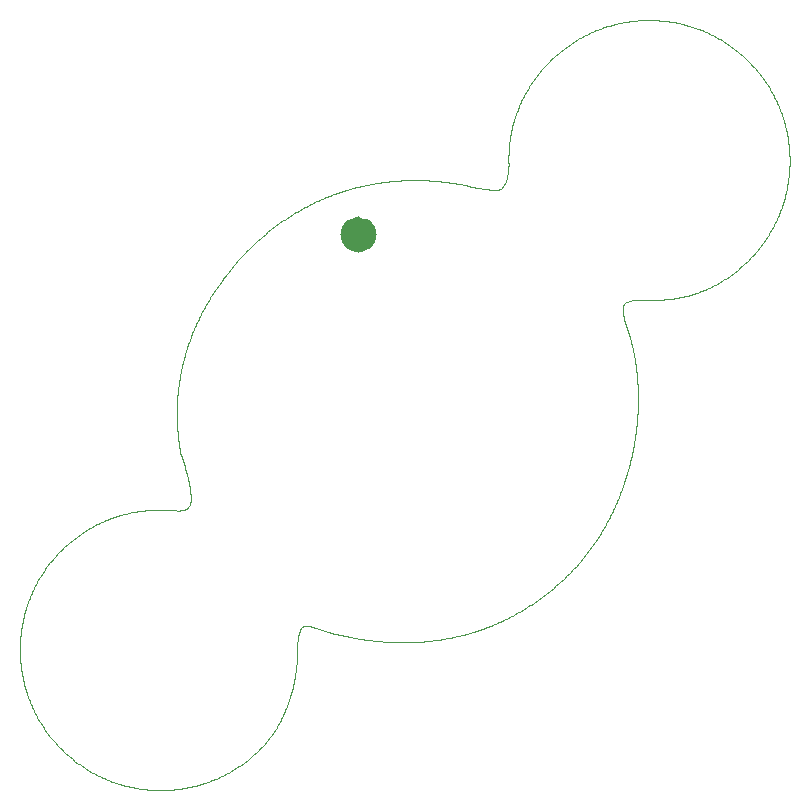
<source format=gbr>
%TF.GenerationSoftware,KiCad,Pcbnew,(6.0.0)*%
%TF.CreationDate,2022-10-29T10:39:51-07:00*%
%TF.ProjectId,tiny-osean,74696e79-2d6f-4736-9561-6e2e6b696361,rev?*%
%TF.SameCoordinates,Original*%
%TF.FileFunction,Profile,NP*%
%FSLAX46Y46*%
G04 Gerber Fmt 4.6, Leading zero omitted, Abs format (unit mm)*
G04 Created by KiCad (PCBNEW (6.0.0)) date 2022-10-29 10:39:51*
%MOMM*%
%LPD*%
G01*
G04 APERTURE LIST*
%TA.AperFunction,Profile*%
%ADD10C,1.550000*%
%TD*%
%TA.AperFunction,Profile*%
%ADD11C,0.100000*%
%TD*%
G04 APERTURE END LIST*
D10*
X145406087Y-84162040D02*
G75*
G03*
X145406087Y-84162040I-775000J0D01*
G01*
D11*
%TO.C,Ref\u002A\u002A*%
X116186347Y-121609519D02*
X116214588Y-121748347D01*
X167777131Y-93519775D02*
X167744401Y-93382504D01*
X166600173Y-106569066D02*
X166654143Y-106437610D01*
X165945197Y-66461164D02*
X165809208Y-66500900D01*
X125947680Y-131044622D02*
X126087828Y-131066492D01*
X169307121Y-66002928D02*
X169165731Y-66002786D01*
X144201796Y-118296844D02*
X144341192Y-118321664D01*
X166635228Y-66286227D02*
X166496408Y-66317901D01*
X148142954Y-118683761D02*
X148284188Y-118685017D01*
X159135040Y-115567418D02*
X159254029Y-115489498D01*
X167482751Y-92424462D02*
X167440691Y-92293003D01*
X166078434Y-107730695D02*
X166140204Y-107602489D01*
X172657260Y-66505935D02*
X172522121Y-66466228D01*
X125391961Y-130940962D02*
X125529831Y-130969262D01*
X160627443Y-114497188D02*
X160738350Y-114409068D01*
X163654604Y-111545635D02*
X163743574Y-111435989D01*
X116111465Y-121190759D02*
X116134910Y-121331433D01*
X174248241Y-88707531D02*
X174375734Y-88648331D01*
X162620634Y-112705124D02*
X162718654Y-112603701D01*
X149706893Y-79551418D02*
X149565940Y-79549899D01*
X129662148Y-95442357D02*
X129632238Y-95580622D01*
X167562931Y-92696017D02*
X167523271Y-92559458D01*
X160515670Y-114584738D02*
X160627443Y-114497188D01*
X132318177Y-89122832D02*
X132242817Y-89241118D01*
X168129823Y-100694802D02*
X168146333Y-100554557D01*
X176193374Y-87565061D02*
X176306996Y-87481071D01*
X167582633Y-103615698D02*
X167617473Y-103478160D01*
X132708067Y-88536777D02*
X132628727Y-88652667D01*
X168226063Y-99709398D02*
X168236253Y-99568452D01*
X159488761Y-115332388D02*
X159604919Y-115252638D01*
X129244498Y-99768986D02*
X129248598Y-99909377D01*
X121965123Y-129637762D02*
X122088765Y-129707302D01*
X179772191Y-83430691D02*
X179837211Y-83304739D01*
X116309694Y-122164682D02*
X116344741Y-122302803D01*
X172794642Y-89249101D02*
X172929662Y-89208711D01*
X160473362Y-69838588D02*
X160378172Y-69942566D01*
X161382707Y-68951715D02*
X161277163Y-69045394D01*
X160865787Y-69433066D02*
X160765782Y-69533080D01*
X145077537Y-80011856D02*
X144939560Y-80042526D01*
X158166637Y-116156888D02*
X158289602Y-116086348D01*
X115976864Y-119922904D02*
X115985174Y-120064991D01*
X158253122Y-73233760D02*
X158198162Y-73363953D01*
X130372868Y-105790722D02*
X130391138Y-105929132D01*
X137792596Y-83294805D02*
X137677713Y-83378815D01*
X181110921Y-78554981D02*
X181117721Y-78413020D01*
X179642435Y-72140914D02*
X179572885Y-72017157D01*
X154141190Y-117871737D02*
X154275909Y-117831367D01*
X136462390Y-84348075D02*
X136355860Y-84440285D01*
X125529831Y-130969262D02*
X125669072Y-130995992D01*
X132610311Y-130215467D02*
X132740482Y-130157957D01*
X130100188Y-93813400D02*
X130057978Y-93947412D01*
X168012903Y-101535127D02*
X168034663Y-101395590D01*
X144253917Y-80211236D02*
X144118206Y-80247776D01*
X131271137Y-90953822D02*
X131208237Y-91079469D01*
X155212432Y-117519987D02*
X155344464Y-117471677D01*
X122717897Y-130032562D02*
X122845861Y-130092892D01*
X163837278Y-67288323D02*
X163711351Y-67353249D01*
X164425224Y-110532620D02*
X164506944Y-110416456D01*
X140943440Y-117430484D02*
X141076171Y-117474384D01*
X121598913Y-129419622D02*
X121720444Y-129493992D01*
X180775591Y-80790539D02*
X180809021Y-80652404D01*
X167752378Y-66093491D02*
X167612129Y-66111718D01*
X140400586Y-117304024D02*
X140539133Y-117324904D01*
X177795045Y-69645490D02*
X177696295Y-69544315D01*
X128348559Y-131189407D02*
X128489526Y-131183007D01*
X129421948Y-101868976D02*
X129442398Y-102007945D01*
X142376196Y-80813436D02*
X142244025Y-80864005D01*
X120911583Y-109650190D02*
X120796399Y-109733490D01*
X177788381Y-86172824D02*
X177886691Y-86069977D01*
X168226571Y-96454018D02*
X168215321Y-96312778D01*
X121614635Y-109184720D02*
X121495526Y-109258660D01*
X152773166Y-118222787D02*
X152911700Y-118192007D01*
X179841765Y-72516373D02*
X179776745Y-72390408D01*
X161066162Y-114141188D02*
X161174391Y-114050228D01*
X173327608Y-66729169D02*
X173194433Y-66681259D01*
X177983451Y-85966269D02*
X178078931Y-85861450D01*
X153186952Y-118127727D02*
X153324365Y-118094147D01*
X116834963Y-123781328D02*
X116889304Y-123912793D01*
X126776789Y-107508630D02*
X126639552Y-107520360D01*
X128065377Y-131197442D02*
X128206617Y-131194307D01*
X130907107Y-91714260D02*
X130849457Y-91843023D01*
X172926849Y-66590366D02*
X172792561Y-66547415D01*
X164900774Y-109828570D02*
X164976854Y-109709561D01*
X176640193Y-87222081D02*
X176749981Y-87132701D01*
X129402238Y-101728729D02*
X129421948Y-101868976D01*
X145631016Y-79898696D02*
X145491612Y-79925626D01*
X139694260Y-82070705D02*
X139571143Y-82140955D01*
X127923293Y-131198999D02*
X128065377Y-131197442D01*
X170580793Y-66079672D02*
X170439558Y-66064387D01*
X116279779Y-116549377D02*
X116248118Y-116687058D01*
X158309652Y-73104578D02*
X158253122Y-73233760D01*
X138220374Y-124923318D02*
X138279024Y-124797228D01*
X180744255Y-74898929D02*
X180707575Y-74761330D01*
X165004426Y-66772919D02*
X164872962Y-66823619D01*
X116069861Y-120910273D02*
X116089768Y-121050083D01*
X156523364Y-116990437D02*
X156651566Y-116932347D01*
X140539133Y-117324904D02*
X140674843Y-117354254D01*
X129610218Y-102821653D02*
X129655258Y-102957082D01*
X153460499Y-118059727D02*
X153596928Y-118024167D01*
X125539492Y-107660190D02*
X125400438Y-107687740D01*
X154960968Y-80249806D02*
X154827525Y-80226876D01*
X133371157Y-87626034D02*
X133286017Y-87737521D01*
X180450751Y-81873538D02*
X180496811Y-81740231D01*
X124308351Y-107966460D02*
X124173818Y-108008800D01*
X157039293Y-79825561D02*
X156975263Y-79951498D01*
X135160495Y-128701727D02*
X135271702Y-128614017D01*
X163831554Y-111325773D02*
X163918944Y-111214286D01*
X168599500Y-66018951D02*
X168457422Y-66027231D01*
X117807907Y-125669108D02*
X117884661Y-125788388D01*
X141208770Y-117521134D02*
X141339811Y-117569154D01*
X164745374Y-110066121D02*
X164823854Y-109947134D01*
X168756033Y-89678981D02*
X168886082Y-89676372D01*
X116504384Y-115730136D02*
X116462933Y-115865286D01*
X143508787Y-118161104D02*
X143648034Y-118189984D01*
X167547213Y-103751990D02*
X167582633Y-103615698D01*
X129246638Y-98787544D02*
X129243038Y-98927804D01*
X116893275Y-114668372D02*
X116839004Y-114799284D01*
X172659090Y-89287761D02*
X172794642Y-89249101D01*
X122845861Y-130092892D02*
X122975326Y-130152112D01*
X142773127Y-80668376D02*
X142640531Y-80715686D01*
X129576038Y-95855303D02*
X129549678Y-95992997D01*
X118916069Y-111445731D02*
X118823369Y-111552403D01*
X157325570Y-77750771D02*
X157326278Y-77891598D01*
X158488122Y-72721739D02*
X158427222Y-72848370D01*
X144063247Y-118271364D02*
X144201796Y-118296844D01*
X119202126Y-111131802D02*
X119105470Y-111235370D01*
X137467314Y-126259879D02*
X137543944Y-126143013D01*
X151101703Y-118512827D02*
X151241376Y-118494257D01*
X175490065Y-67782088D02*
X175368517Y-67707744D01*
X137969064Y-125422241D02*
X138034234Y-125298857D01*
X139571143Y-82140955D02*
X139448761Y-82211915D01*
X123365687Y-130319412D02*
X123497392Y-130372252D01*
X180541561Y-81605942D02*
X180584481Y-81471646D01*
X167638841Y-92969704D02*
X167601461Y-92832993D01*
X157411992Y-76345081D02*
X157395492Y-76485643D01*
X129259998Y-100189579D02*
X129267398Y-100329535D01*
X151381343Y-118474447D02*
X151520440Y-118453887D01*
X148295946Y-79578426D02*
X148155129Y-79586226D01*
X171697071Y-66260824D02*
X171559248Y-66232533D01*
X177487900Y-86473011D02*
X177588767Y-86374561D01*
X131399627Y-90703630D02*
X131334747Y-90828872D01*
X129942838Y-103891334D02*
X129980798Y-104025634D01*
X156587680Y-80324781D02*
X156452664Y-80352931D01*
X149977324Y-118627477D02*
X150117582Y-118616597D01*
X130187298Y-93546076D02*
X130143248Y-93679521D01*
X180669335Y-74624435D02*
X180629535Y-74488380D01*
X162499709Y-68082534D02*
X162383264Y-68163564D01*
X116189784Y-116963297D02*
X116162962Y-117102543D01*
X129632238Y-95580622D02*
X129603598Y-95718178D01*
X161809050Y-113490808D02*
X161913155Y-113394618D01*
X180779245Y-75037088D02*
X180744255Y-74898929D01*
X127886457Y-107455291D02*
X127746079Y-107462600D01*
X123506716Y-108245350D02*
X123375393Y-108297340D01*
X157093843Y-79695650D02*
X157039293Y-79825561D01*
X181093895Y-76995158D02*
X181082245Y-76854002D01*
X129432998Y-96686861D02*
X129412898Y-96825541D01*
X129296378Y-100750274D02*
X129308348Y-100891226D01*
X129394028Y-96963944D02*
X129376198Y-97102764D01*
X168483046Y-89681213D02*
X168618465Y-89680930D01*
X168176323Y-100274344D02*
X168190043Y-100132966D01*
X135271702Y-128614017D02*
X135382473Y-128524627D01*
X160667182Y-69633787D02*
X160569712Y-69735642D01*
X134735047Y-86013081D02*
X134639427Y-86116780D01*
X159372037Y-115411148D02*
X159488761Y-115332388D01*
X130524198Y-92620043D02*
X130472908Y-92751646D01*
X116053974Y-117801088D02*
X116037150Y-117941610D01*
X137907757Y-83211645D02*
X137792596Y-83294805D01*
X116547307Y-115595697D02*
X116504384Y-115730136D01*
X176970714Y-68867386D02*
X176863479Y-68776340D01*
X154559225Y-80177286D02*
X154425361Y-80150816D01*
X175845321Y-87809711D02*
X175962487Y-87729541D01*
X157471202Y-75927268D02*
X157449702Y-76066340D01*
X136794134Y-127154049D02*
X136883804Y-127046678D01*
X134354442Y-129276577D02*
X134472575Y-129198507D01*
X162320870Y-113005328D02*
X162421163Y-112906438D01*
X129510698Y-102424003D02*
X129535608Y-102561983D01*
X167891283Y-102232949D02*
X167917633Y-102093413D01*
X159833492Y-70586871D02*
X159746802Y-70697962D01*
X116218053Y-116825465D02*
X116189784Y-116963297D01*
X168034663Y-101395590D02*
X168055473Y-101255639D01*
X133627158Y-129714407D02*
X133750823Y-129644867D01*
X153757985Y-80006276D02*
X153622996Y-79974396D01*
X147292001Y-118657694D02*
X147433369Y-118664194D01*
X180406675Y-73816432D02*
X180357385Y-73683635D01*
X159836824Y-115090038D02*
X159951701Y-115007738D01*
X157180373Y-79428192D02*
X157140433Y-79563057D01*
X167267261Y-91781454D02*
X167226301Y-91652394D01*
X146048491Y-79824406D02*
X145909089Y-79848166D01*
X179776745Y-72390408D02*
X179710585Y-72265817D01*
X164609753Y-66930489D02*
X164478715Y-66986460D01*
X168740466Y-66012421D02*
X168599500Y-66018951D01*
X168284904Y-98438693D02*
X168286819Y-98298022D01*
X129476398Y-96408921D02*
X129454128Y-96547891D01*
X167019491Y-90736982D02*
X167011001Y-90601836D01*
X129435666Y-107525644D02*
X129294570Y-107526103D01*
X175963079Y-68091234D02*
X175846489Y-68012046D01*
X166809973Y-106042508D02*
X166860123Y-105910345D01*
X147309422Y-79654956D02*
X147169177Y-79669746D01*
X168255111Y-96879836D02*
X168246711Y-96737751D01*
X170157931Y-66039037D02*
X170017122Y-66028843D01*
X133994487Y-129502227D02*
X134115588Y-129428287D01*
X180740461Y-80928093D02*
X180775591Y-80790539D01*
X167510793Y-103888539D02*
X167547213Y-103751990D01*
X159254029Y-115489498D02*
X159372037Y-115411148D01*
X135706318Y-128250237D02*
X135811844Y-128156597D01*
X166774057Y-66256268D02*
X166635228Y-66286227D01*
X180902665Y-75592202D02*
X180874335Y-75453352D01*
X130143248Y-93679521D02*
X130100188Y-93813400D01*
X136972204Y-126937732D02*
X137058494Y-126828229D01*
X127746079Y-107462600D02*
X127606670Y-107471315D01*
X167027951Y-90334368D02*
X167061051Y-90203920D01*
X134264497Y-86535959D02*
X134172687Y-86641784D01*
X147433369Y-118664194D02*
X147575462Y-118669894D01*
X151939342Y-118385917D02*
X152078877Y-118361307D01*
X144665439Y-80106836D02*
X144528312Y-80140546D01*
X166860123Y-105910345D02*
X166909823Y-105776898D01*
X140947107Y-81420895D02*
X140820604Y-81481385D01*
X130325448Y-93148156D02*
X130278548Y-93280192D01*
X130277908Y-105243355D02*
X130304468Y-105379343D01*
X146583685Y-118611274D02*
X146725211Y-118622304D01*
X179120561Y-84525309D02*
X179198611Y-84407449D01*
X149272565Y-118667777D02*
X149413231Y-118661677D01*
X165344624Y-109105090D02*
X165415584Y-108982840D01*
X167942873Y-101953173D02*
X167967173Y-101813354D01*
X176194558Y-68254642D02*
X176079243Y-68172238D01*
X179837211Y-83304739D02*
X179900971Y-83177672D01*
X129010538Y-107513044D02*
X128869857Y-107502744D01*
X155872857Y-117267397D02*
X156004038Y-117213847D01*
X171138202Y-89597041D02*
X171278448Y-89577731D01*
X163338204Y-67557082D02*
X163216508Y-67627376D01*
X157243973Y-79153513D02*
X157214573Y-79291914D01*
X116006752Y-120347734D02*
X116020018Y-120488252D01*
X116384963Y-116136994D02*
X116348342Y-116273697D01*
X163564374Y-111655423D02*
X163654604Y-111545635D01*
X170858996Y-89630311D02*
X170998236Y-89614551D01*
X150131312Y-79561826D02*
X149990220Y-79557426D01*
X166496408Y-66317901D02*
X166357863Y-66351274D01*
X120796399Y-109733490D02*
X120682688Y-109817650D01*
X143786300Y-118217914D02*
X143924423Y-118245004D01*
X116686010Y-115194937D02*
X116638129Y-115328115D01*
X147575462Y-118669894D02*
X147717545Y-118674694D01*
X127191286Y-107482730D02*
X127053315Y-107489730D01*
X178361695Y-70275827D02*
X178270735Y-70168433D01*
X167967173Y-101813354D02*
X167990433Y-101674378D01*
X180707575Y-74761330D02*
X180669335Y-74624435D01*
X117813561Y-112913186D02*
X117738424Y-113032767D01*
X175609786Y-67857267D02*
X175490065Y-67782088D01*
X126508203Y-131122022D02*
X126649534Y-131137342D01*
X131684974Y-130572037D02*
X131818840Y-130525967D01*
X129698908Y-103090808D02*
X129741398Y-103223689D01*
X170860850Y-66114948D02*
X170721328Y-66096528D01*
X139436759Y-119796864D02*
X139437676Y-119659022D01*
X180139801Y-82663440D02*
X180195621Y-82533408D01*
X178800015Y-70832116D02*
X178715165Y-70718972D01*
X168025271Y-94768524D02*
X168001921Y-94628848D01*
X129476886Y-131090287D02*
X129616712Y-131070417D01*
X177596005Y-69443974D02*
X177494439Y-69344571D01*
X130089598Y-104429935D02*
X130123888Y-104565080D01*
X157545459Y-116495477D02*
X157671381Y-116429187D01*
X129980798Y-104025634D02*
X130017778Y-104159496D01*
X147450786Y-79641046D02*
X147309422Y-79654956D01*
X139416604Y-120210659D02*
X139427394Y-120072255D01*
X145214794Y-79982276D02*
X145077537Y-80011856D01*
X129791928Y-94893860D02*
X129757778Y-95030970D01*
X151660263Y-118432187D02*
X151799810Y-118409547D01*
X116731651Y-123518122D02*
X116782378Y-123649734D01*
X129257138Y-98505497D02*
X129251438Y-98646324D01*
X168112553Y-100835046D02*
X168129823Y-100694802D01*
X136323254Y-127668847D02*
X136421274Y-127567980D01*
X167058231Y-91004158D02*
X167035941Y-90871564D01*
X181034771Y-79400564D02*
X181051651Y-79260168D01*
X163008224Y-112294181D02*
X163102854Y-112189775D01*
X115960566Y-119356672D02*
X115962147Y-119498756D01*
X167315583Y-104568961D02*
X167356233Y-104433527D01*
X167226301Y-91652394D02*
X167187211Y-91523629D01*
X139138414Y-122144906D02*
X139166484Y-122008061D01*
X164478715Y-66986460D02*
X164348545Y-67043974D01*
X130792917Y-91971234D02*
X130737257Y-92100556D01*
X116344741Y-122302803D02*
X116381418Y-122440359D01*
X168882410Y-66007531D02*
X168740466Y-66012421D01*
X164259934Y-110762400D02*
X164343064Y-110647794D01*
X168618465Y-89680930D02*
X168756033Y-89678981D01*
X129335408Y-101172135D02*
X129350578Y-101311817D01*
X120555279Y-128692162D02*
X120667532Y-128778582D01*
X159661952Y-70809564D02*
X159578382Y-70922142D01*
X167011001Y-90601836D02*
X167012801Y-90467685D01*
X119801187Y-128052152D02*
X119906059Y-128147772D01*
X129864648Y-103624009D02*
X129904028Y-103757320D01*
X171836739Y-89482651D02*
X171973728Y-89454721D01*
X124988987Y-107779430D02*
X124853203Y-107813150D01*
X129366698Y-101450230D02*
X129383988Y-101589340D01*
X155609367Y-117371517D02*
X155741258Y-117319957D01*
X161495120Y-113773138D02*
X161600940Y-113679228D01*
X152911700Y-118192007D02*
X153049118Y-118160457D01*
X158775649Y-115795228D02*
X158896488Y-115719858D01*
X126228156Y-131086722D02*
X126367715Y-131105102D01*
X131465227Y-90579258D02*
X131399627Y-90703630D01*
X175962487Y-87729541D02*
X176078496Y-87647791D01*
X129757778Y-95030970D02*
X129724918Y-95167675D01*
X162912744Y-112397878D02*
X163008224Y-112294181D01*
X154024722Y-80066676D02*
X153891711Y-80037006D01*
X150821070Y-118547387D02*
X150961167Y-118530697D01*
X147591611Y-79628176D02*
X147450786Y-79641046D01*
X149424273Y-79549191D02*
X149282900Y-79549617D01*
X129412898Y-96825541D02*
X129394028Y-96963944D01*
X171419990Y-66205672D02*
X171280317Y-66180461D01*
X120682688Y-109817650D02*
X120569514Y-109903620D01*
X146302062Y-118586584D02*
X146443159Y-118599324D01*
X179966985Y-72770415D02*
X179905235Y-72643359D01*
X181118595Y-77419853D02*
X181112195Y-77278867D01*
X132084602Y-130428947D02*
X132216063Y-130378237D01*
X155079693Y-117567447D02*
X155212432Y-117519987D01*
X122859783Y-108519750D02*
X122732515Y-108579100D01*
X131667527Y-90208107D02*
X131599527Y-90330929D01*
X167472313Y-66131584D02*
X167331644Y-66153273D01*
X157289653Y-78873591D02*
X157268983Y-79013413D01*
X137226947Y-83721055D02*
X137115600Y-83808615D01*
X159029002Y-71738580D02*
X158956332Y-71858667D01*
X166434153Y-106959623D02*
X166490683Y-106829028D01*
X116248118Y-116687058D02*
X116218053Y-116825465D01*
X170439558Y-66064387D02*
X170298184Y-66050842D01*
X165200124Y-109348470D02*
X165272804Y-109227204D01*
X159103382Y-71619216D02*
X159029002Y-71738580D01*
X164176204Y-110876005D02*
X164259934Y-110762400D01*
X116159856Y-121470974D02*
X116186347Y-121609519D01*
X141076171Y-117474384D02*
X141208770Y-117521134D01*
X169591565Y-66008243D02*
X169449045Y-66004733D01*
X169449045Y-66004733D02*
X169307121Y-66002928D01*
X175123879Y-67564042D02*
X175000207Y-67494399D01*
X170438104Y-89667431D02*
X170578497Y-89656771D01*
X181037435Y-76431737D02*
X181019125Y-76291495D01*
X116089768Y-121050083D02*
X116111465Y-121190759D01*
X131006991Y-130778997D02*
X131143820Y-130740757D01*
X117591662Y-113276004D02*
X117520463Y-113398952D01*
X123638700Y-108194920D02*
X123506716Y-108245350D01*
X174880754Y-88393341D02*
X175004141Y-88325901D01*
X140693958Y-81543005D02*
X140567595Y-81605625D01*
X137338565Y-83634505D02*
X137226947Y-83721055D01*
X168160201Y-95748963D02*
X168143931Y-95608864D01*
X181102421Y-78696358D02*
X181110921Y-78554981D01*
X150117582Y-118616597D02*
X150258522Y-118604687D01*
X160569712Y-69735642D02*
X160473362Y-69838588D01*
X144118206Y-80247776D02*
X143982344Y-80285456D01*
X179572885Y-72017157D02*
X179502485Y-71895456D01*
X129757380Y-131048607D02*
X129898046Y-131025297D01*
X180899221Y-80238485D02*
X180925861Y-80099235D01*
X143648034Y-118189984D02*
X143786300Y-118217914D01*
X161706542Y-68677359D02*
X161597188Y-68767794D01*
X126363705Y-107548800D02*
X126227005Y-107565200D01*
X158044052Y-73755246D02*
X157996162Y-73886446D01*
X140567595Y-81605625D02*
X140441375Y-81669375D01*
X158654668Y-115869588D02*
X158775649Y-115795228D01*
X116137768Y-117242087D02*
X116114422Y-117381064D01*
X136883804Y-127046678D02*
X136972204Y-126937732D01*
X117658935Y-125428282D02*
X117732855Y-125549401D01*
X169733779Y-89695607D02*
X169874864Y-89693381D01*
X128773257Y-131164707D02*
X128914355Y-131153057D01*
X180925861Y-80099235D02*
X180950981Y-79959553D01*
X149413231Y-118661677D02*
X149554045Y-118654577D01*
X130314969Y-130945507D02*
X130453796Y-130915677D01*
X157328641Y-78032961D02*
X157332693Y-78173355D01*
X157604292Y-75235110D02*
X157574182Y-75372508D01*
X171973178Y-66322626D02*
X171835338Y-66290923D01*
X124444016Y-107925640D02*
X124308351Y-107966460D01*
X162016007Y-113298278D02*
X162117720Y-113201808D01*
X143982344Y-80285456D02*
X143846218Y-80324106D01*
X117516184Y-125184627D02*
X117586518Y-125306311D01*
X145491612Y-79925626D02*
X145353203Y-79953456D01*
X167435293Y-104161245D02*
X167473533Y-104024688D01*
X117383123Y-113646158D02*
X117316698Y-113771109D01*
X151682082Y-79670706D02*
X151540558Y-79656136D01*
X165674059Y-66542108D02*
X165539202Y-66585004D01*
X138646374Y-123893723D02*
X138692424Y-123762956D01*
X166357863Y-66351274D02*
X166219740Y-66386294D01*
X139440578Y-119244804D02*
X139442903Y-119106974D01*
X173591659Y-66829479D02*
X173459779Y-66778455D01*
X141981809Y-80967565D02*
X141851337Y-81020835D01*
X148436900Y-79571426D02*
X148295946Y-79578426D01*
X138607002Y-82732965D02*
X138488861Y-82810885D01*
X135025337Y-85705689D02*
X134928007Y-85807536D01*
X181019125Y-76291495D02*
X180999315Y-76151589D01*
X161600940Y-113679228D02*
X161705054Y-113585578D01*
X157449702Y-76066340D02*
X157430152Y-76205028D01*
X174498719Y-67231319D02*
X174371083Y-67169244D01*
X119195922Y-127453327D02*
X119293996Y-127556311D01*
X176533685Y-68509619D02*
X176421507Y-68423149D01*
X129336647Y-131108397D02*
X129476886Y-131090287D01*
X160738350Y-114409068D02*
X160848291Y-114320518D01*
X167051581Y-66201599D02*
X166912885Y-66228060D01*
X162267394Y-68246194D02*
X162153357Y-68329606D01*
X134472575Y-129198507D02*
X134589316Y-129119457D01*
X163473564Y-111763798D02*
X163564374Y-111655423D01*
X130395639Y-106898518D02*
X130359719Y-107033526D01*
X134115588Y-129428287D02*
X134235283Y-129353207D01*
X159578382Y-70922142D02*
X159495652Y-71036124D01*
X178172861Y-85756050D02*
X178265501Y-85649378D01*
X130189338Y-104835789D02*
X130220078Y-104970799D01*
X167977351Y-94488739D02*
X167951821Y-94349502D01*
X149990220Y-79557426D02*
X149848541Y-79553926D01*
X150272968Y-79567026D02*
X150131312Y-79561826D01*
X130406618Y-106066686D02*
X130418688Y-106205652D01*
X178084035Y-69955813D02*
X177989555Y-69851961D01*
X176530263Y-87309641D02*
X176640193Y-87222081D01*
X147732977Y-79616216D02*
X147591611Y-79628176D01*
X129616712Y-131070417D02*
X129757380Y-131048607D01*
X169875594Y-66020303D02*
X169733791Y-66013453D01*
X122228002Y-108833400D02*
X122104062Y-108900550D01*
X139109064Y-122281181D02*
X139138414Y-122144906D01*
X134235283Y-129353207D02*
X134354442Y-129276577D01*
X116634626Y-123252360D02*
X116682266Y-123385386D01*
X155229420Y-80291896D02*
X155094706Y-80271556D01*
X157332693Y-78173355D02*
X157336393Y-78267135D01*
X131736527Y-90085575D02*
X131667527Y-90208107D01*
X172522533Y-89324881D02*
X172659090Y-89287761D01*
X181103795Y-77136811D02*
X181093895Y-76995158D01*
X157347212Y-77048691D02*
X157339512Y-77188459D01*
X173984488Y-66992349D02*
X173854315Y-66936549D01*
X167680810Y-89746916D02*
X167813422Y-89721826D01*
X168268053Y-99001376D02*
X168273553Y-98860285D01*
X155769709Y-80355006D02*
X155634719Y-80342626D01*
X181054085Y-76572854D02*
X181037435Y-76431737D01*
X137691404Y-125907869D02*
X137762664Y-125788861D01*
X178960491Y-84758051D02*
X179041351Y-84641888D01*
X115971116Y-118788602D02*
X115965946Y-118930848D01*
X129054876Y-131139947D02*
X129195550Y-131125037D01*
X141851337Y-81020835D02*
X141721151Y-81075095D01*
X123116315Y-108405420D02*
X122987590Y-108461800D01*
X180086115Y-73027642D02*
X180027175Y-72898405D01*
X120780818Y-128863722D02*
X120894530Y-128947162D01*
X154410488Y-117789857D02*
X154544924Y-117747357D01*
X133544127Y-87403782D02*
X133456867Y-87515271D01*
X133124679Y-129977057D02*
X133251750Y-129913597D01*
X167424123Y-89829786D02*
X167550069Y-89782196D01*
X158289602Y-116086348D02*
X158411713Y-116014948D01*
X155499715Y-80327756D02*
X155364849Y-80310706D01*
X144759229Y-118391804D02*
X144899195Y-118413704D01*
X150838345Y-79597526D02*
X150697101Y-79588426D01*
X166377063Y-107088826D02*
X166434153Y-106959623D01*
X118373861Y-126482808D02*
X118459751Y-126594572D01*
X162815834Y-112501432D02*
X162912744Y-112397878D01*
X178078931Y-85861450D02*
X178172861Y-85756050D01*
X131279819Y-130701097D02*
X131414965Y-130659857D01*
X165137310Y-66723578D02*
X165004426Y-66772919D01*
X121720444Y-129493992D02*
X121842146Y-129566522D01*
X130731161Y-130850667D02*
X130869286Y-130815677D01*
X174113690Y-67049624D02*
X173984488Y-66992349D01*
X116214588Y-121748347D02*
X116244586Y-121887316D01*
X137762664Y-125788861D02*
X137833064Y-125667737D01*
X178265501Y-85649378D02*
X178356591Y-85542148D01*
X168282720Y-97589431D02*
X168279211Y-97447067D01*
X133502203Y-129782557D02*
X133627158Y-129714407D01*
X142906009Y-80621916D02*
X142773127Y-80668376D01*
X122088765Y-129707302D02*
X122212477Y-129775162D01*
X179198611Y-84407449D02*
X179275261Y-84288585D01*
X115962147Y-119498756D02*
X115965374Y-119639993D01*
X145353203Y-79953456D02*
X145214794Y-79982276D01*
X116945303Y-124043821D02*
X117002860Y-124174143D01*
X129264038Y-98364835D02*
X129257138Y-98505497D01*
X151823173Y-79686176D02*
X151682082Y-79670706D01*
X139242664Y-121597233D02*
X139265574Y-121459122D01*
X148860179Y-79556226D02*
X148719497Y-79560326D01*
X157329112Y-77470290D02*
X157326505Y-77610965D01*
X129977078Y-94216001D02*
X129938128Y-94350437D01*
X157339512Y-77188459D02*
X157333512Y-77328908D01*
X115985174Y-120064991D02*
X115995134Y-120206636D01*
X118547370Y-126705777D02*
X118636843Y-126816569D01*
X127329587Y-107477230D02*
X127191286Y-107482730D01*
X165485694Y-108859734D02*
X165554844Y-108736487D01*
X142543644Y-117939024D02*
X142681765Y-117973024D01*
X139434786Y-119934850D02*
X139436759Y-119796864D01*
X158198162Y-73363953D02*
X158145032Y-73494122D01*
X157796609Y-116362167D02*
X157920710Y-116294438D01*
X138598614Y-124024052D02*
X138646374Y-123893723D01*
X176421507Y-68423149D02*
X176308177Y-68337997D01*
X157636032Y-75097786D02*
X157604292Y-75235110D01*
X164091418Y-67163153D02*
X163964347Y-67224819D01*
X128590240Y-107480494D02*
X128449279Y-107470174D01*
X180625861Y-81336353D02*
X180665511Y-81201216D01*
X157704312Y-74825528D02*
X157669472Y-74961051D01*
X167747983Y-102925808D02*
X167778443Y-102787843D01*
X150961167Y-118530697D02*
X151101703Y-118512827D01*
X132950727Y-88191836D02*
X132869257Y-88306010D01*
X162734592Y-67925401D02*
X162616439Y-68003373D01*
X161277163Y-69045394D02*
X161173324Y-69139840D01*
X167012801Y-90467685D02*
X167027951Y-90334368D01*
X125808679Y-131021072D02*
X125947680Y-131044622D01*
X174243163Y-67108839D02*
X174113690Y-67049624D01*
X180950981Y-79959553D02*
X180974381Y-79820578D01*
X180874335Y-75453352D02*
X180844405Y-75314453D01*
X178966165Y-71062004D02*
X178883465Y-70946155D01*
X176863479Y-68776340D02*
X176754539Y-68686016D01*
X150978879Y-79607466D02*
X150838345Y-79597526D01*
X167116681Y-91266373D02*
X167085501Y-91135757D01*
X140120658Y-117304574D02*
X140259769Y-117295324D01*
X141339811Y-117569154D02*
X141469850Y-117617874D01*
X181080441Y-78977550D02*
X181092161Y-78837309D01*
X126087828Y-131066492D02*
X126228156Y-131086722D01*
X181068995Y-76713430D02*
X181054085Y-76572854D01*
X143924423Y-118245004D02*
X144063247Y-118271364D01*
X127355224Y-131188192D02*
X127497470Y-131193392D01*
X130278548Y-93280192D02*
X130232488Y-93412916D01*
X162718654Y-112603701D02*
X162815834Y-112501432D01*
X122337337Y-129841612D02*
X122463319Y-129906632D01*
X157380792Y-76626408D02*
X157367932Y-76766714D01*
X165809208Y-66500900D02*
X165674059Y-66542108D01*
X160957648Y-114231128D02*
X161066162Y-114141188D01*
X162853733Y-67848677D02*
X162734592Y-67925401D01*
X133251750Y-129913597D02*
X133377684Y-129848717D01*
X156394315Y-117047657D02*
X156523364Y-116990437D01*
X143231558Y-118101094D02*
X143370238Y-118131404D01*
X179710585Y-72265817D02*
X179642435Y-72140914D01*
X115996611Y-118364473D02*
X115986456Y-118505281D01*
X131806367Y-89963605D02*
X131736527Y-90085575D01*
X152663791Y-79796636D02*
X152523545Y-79776026D01*
X154275909Y-117831367D02*
X154410488Y-117789857D01*
X132479272Y-130271437D02*
X132610311Y-130215467D01*
X175127250Y-88256631D02*
X175249648Y-88185661D01*
X130017778Y-104159496D02*
X130054198Y-104294507D01*
X138965552Y-82503885D02*
X138845714Y-82579255D01*
X166490683Y-106829028D02*
X166545923Y-106699260D01*
X116638129Y-115328115D02*
X116592003Y-115461410D01*
X178446831Y-85433065D02*
X178535791Y-85322994D01*
X156315108Y-80366981D02*
X156177697Y-80371881D01*
X134639427Y-86116780D02*
X134544667Y-86220764D01*
X143370238Y-118131404D02*
X143508787Y-118161104D01*
X132740482Y-130157957D02*
X132869681Y-130099027D01*
X141203517Y-81301765D02*
X141074610Y-81361115D01*
X149836514Y-118637477D02*
X149977324Y-118627477D01*
X116020018Y-120488252D02*
X116034931Y-120628937D01*
X180840751Y-80514574D02*
X180870801Y-80376306D01*
X116244586Y-121887316D02*
X116276293Y-122026145D01*
X167187211Y-91523629D02*
X167150661Y-91395420D01*
X176078496Y-87647791D02*
X176193374Y-87565061D01*
X119004977Y-127245950D02*
X119099437Y-127349779D01*
X170578497Y-89656771D02*
X170719302Y-89644371D01*
X120457728Y-109990480D02*
X120347728Y-110078030D01*
X177287892Y-69149573D02*
X177182914Y-69054010D01*
X166200534Y-107475134D02*
X166260033Y-107347071D01*
X118553007Y-111878645D02*
X118465701Y-111989286D01*
X129383988Y-101589340D02*
X129402238Y-101728729D01*
X154292041Y-80123756D02*
X154158461Y-80095636D01*
X167674971Y-93106682D02*
X167638841Y-92969704D01*
X135048853Y-128787567D02*
X135160495Y-128701727D01*
X163289974Y-111978133D02*
X163382054Y-111871603D01*
X116348342Y-116273697D02*
X116313268Y-116411241D01*
X157336393Y-78267135D02*
X157329993Y-78448171D01*
X138097844Y-125174609D02*
X138160184Y-125048833D01*
X180588295Y-74353291D02*
X180545375Y-74218461D01*
X177391450Y-69246243D02*
X177287892Y-69149573D01*
X153870484Y-117949647D02*
X154006601Y-117910967D01*
X167808991Y-93657760D02*
X167777131Y-93519775D01*
X167947560Y-89704116D02*
X168081295Y-89692596D01*
X137388534Y-126376194D02*
X137467314Y-126259879D01*
X168253953Y-99286098D02*
X168261453Y-99143741D01*
X156714313Y-80271371D02*
X156587680Y-80324781D01*
X167716633Y-103064499D02*
X167747983Y-102925808D01*
X171419116Y-89556491D02*
X171559228Y-89533561D01*
X126915151Y-107498330D02*
X126776789Y-107508630D01*
X169168401Y-89688972D02*
X169309913Y-89692972D01*
X136039389Y-84721915D02*
X135935272Y-84816965D01*
X127497470Y-131193392D02*
X127639972Y-131196992D01*
X129294570Y-107526103D02*
X129152342Y-107521244D01*
X158896488Y-115719858D02*
X159016313Y-115643928D01*
X155741258Y-117319957D02*
X155872857Y-117267397D01*
X146021438Y-118558814D02*
X146161253Y-118573104D01*
X173459779Y-66778455D02*
X173327608Y-66729169D01*
X125400438Y-107687740D02*
X125262460Y-107716710D01*
X125262460Y-107716710D02*
X125125097Y-107747320D01*
X174630026Y-88524101D02*
X174755677Y-88459651D01*
X147717545Y-118674694D02*
X147859071Y-118678594D01*
X142508500Y-80763996D02*
X142376196Y-80813436D01*
X168286819Y-98298022D02*
X168287935Y-98157215D01*
X129862918Y-94621571D02*
X129826908Y-94757558D01*
X156811793Y-80180842D02*
X156714313Y-80271371D01*
X132242817Y-89241118D02*
X132167877Y-89360544D01*
X140441375Y-81669375D02*
X140315728Y-81733965D01*
X177072834Y-86856911D02*
X177178231Y-86762561D01*
X147169177Y-79669746D02*
X147028932Y-79685696D01*
X165052214Y-109589573D02*
X165126454Y-109469441D01*
X174751740Y-67360188D02*
X174625646Y-67295066D01*
X151540558Y-79656136D02*
X151400451Y-79642656D01*
X125956636Y-107588170D02*
X125818029Y-107610200D01*
X121495526Y-109258660D02*
X121376786Y-109334310D01*
X177989555Y-69851961D02*
X177893085Y-69748348D01*
X165757984Y-108362075D02*
X165823424Y-108237418D01*
X180929085Y-75730843D02*
X180902665Y-75592202D01*
X159179472Y-71500149D02*
X159103382Y-71619216D01*
X149848541Y-79553926D02*
X149706893Y-79551418D01*
X180954195Y-75870237D02*
X180929085Y-75730843D01*
X134935670Y-128872427D02*
X135048853Y-128787567D01*
X149695140Y-118646477D02*
X149836514Y-118637477D01*
X129524148Y-96131259D02*
X129499758Y-96269943D01*
X141721151Y-81075095D02*
X141590688Y-81130485D01*
X116051596Y-120770026D02*
X116069861Y-120910273D01*
X139818504Y-82001005D02*
X139694260Y-82070705D01*
X171559248Y-66232533D02*
X171419990Y-66205672D01*
X129291558Y-97942391D02*
X129281238Y-98083069D01*
X129693048Y-95304524D02*
X129662148Y-95442357D01*
X161928540Y-68500323D02*
X161817324Y-68587914D01*
X165554844Y-108736487D02*
X165623544Y-108611980D01*
X115965946Y-118930848D02*
X115962456Y-119073359D01*
X168175511Y-95890208D02*
X168160201Y-95748963D01*
X167006023Y-105510569D02*
X167052773Y-105377129D01*
X171559228Y-89533561D02*
X171698339Y-89508821D01*
X179356155Y-71652378D02*
X179281075Y-71532661D01*
X168203121Y-96171970D02*
X168189801Y-96030881D01*
X136249473Y-84533785D02*
X136143653Y-84627835D01*
X116839004Y-114799284D02*
X116786263Y-114931037D01*
X162117720Y-113201808D02*
X162219430Y-113104058D01*
X129486788Y-102284898D02*
X129510698Y-102424003D01*
X165952644Y-107984830D02*
X166015824Y-107858328D01*
X132347809Y-130325687D02*
X132479272Y-130271437D01*
X147859071Y-118678594D02*
X148001004Y-118681686D01*
X158615642Y-72468860D02*
X158551042Y-72595192D01*
X130427079Y-106622709D02*
X130416579Y-106761102D01*
X168161753Y-100414583D02*
X168176323Y-100274344D01*
X118128433Y-112443728D02*
X118047458Y-112559892D01*
X158145032Y-73494122D02*
X158093622Y-73624872D01*
X157779542Y-74554289D02*
X157741152Y-74689401D01*
X135811844Y-128156597D02*
X135915693Y-128062117D01*
X132788237Y-88421189D02*
X132708067Y-88536777D01*
X126501652Y-107533810D02*
X126363705Y-107548800D01*
X138726010Y-82655755D02*
X138607002Y-82732965D01*
X158956332Y-71858667D02*
X158885362Y-71978851D01*
X138845714Y-82579255D02*
X138726010Y-82655755D01*
X122590375Y-129970382D02*
X122717897Y-130032562D01*
X116682266Y-123385386D02*
X116731651Y-123518122D01*
X136143653Y-84627835D02*
X136039389Y-84721915D01*
X167684343Y-103202911D02*
X167716633Y-103064499D01*
X180500465Y-74083188D02*
X180454415Y-73949398D01*
X159414922Y-71150386D02*
X159335442Y-71265359D01*
X167187793Y-104974953D02*
X167231283Y-104839803D01*
X116786263Y-114931037D02*
X116735266Y-115062917D01*
X154006601Y-117910967D02*
X154141190Y-117871737D01*
X147007968Y-118641794D02*
X147149921Y-118650094D01*
X116889304Y-123912793D02*
X116945303Y-124043821D01*
X173860796Y-88875541D02*
X173990843Y-88821151D01*
X180454415Y-73949398D02*
X180406675Y-73816432D01*
X171835338Y-66290923D02*
X171697071Y-66260824D01*
X129248598Y-99909377D02*
X129253798Y-100050046D01*
X139377034Y-120627992D02*
X139391374Y-120489439D01*
X128631595Y-131174607D02*
X128773257Y-131164707D01*
X136122092Y-127867607D02*
X136223238Y-127768847D01*
X129240388Y-99067616D02*
X129239155Y-99208153D01*
X166909823Y-105776898D02*
X166958273Y-105644022D01*
X144528312Y-80140546D02*
X144390902Y-80175396D01*
X181092161Y-78837309D02*
X181102421Y-78696358D01*
X155634719Y-80342626D02*
X155499715Y-80327756D01*
X174375734Y-88648331D02*
X174503230Y-88587001D01*
X177588767Y-86374561D02*
X177689051Y-86274541D01*
X165415584Y-108982840D02*
X165485694Y-108859734D01*
X125678928Y-107634270D02*
X125539492Y-107660190D01*
X121259122Y-109411230D02*
X121142620Y-109489440D01*
X178794751Y-84986985D02*
X178878041Y-84873227D01*
X177893085Y-69748348D02*
X177795045Y-69645490D01*
X129376198Y-97102764D02*
X129359318Y-97242880D01*
X158747672Y-72222013D02*
X158681092Y-72344707D01*
X168068761Y-95046886D02*
X168047431Y-94908057D01*
X145458901Y-118492764D02*
X145598855Y-118510364D01*
X152634340Y-118252477D02*
X152773166Y-118222787D01*
X126649534Y-131137342D02*
X126790789Y-131150752D01*
X151520440Y-118453887D02*
X151660263Y-118432187D01*
X122104062Y-108900550D02*
X121980236Y-108969540D01*
X130351898Y-105651907D02*
X130372868Y-105790722D01*
X146608334Y-79738986D02*
X146467658Y-79758986D01*
X129900168Y-94485432D02*
X129862918Y-94621571D01*
X131208237Y-91079469D02*
X131146617Y-91204845D01*
X175370745Y-88113431D02*
X175491043Y-88039481D01*
X146443159Y-118599324D02*
X146583685Y-118611274D01*
X130629028Y-92359102D02*
X130576178Y-92489132D01*
X121479294Y-129344542D02*
X121598913Y-129419622D01*
X178452215Y-70385190D02*
X178361695Y-70275827D01*
X118727307Y-126925925D02*
X118818281Y-127033303D01*
X166912885Y-66228060D02*
X166774057Y-66256268D01*
X139326218Y-82284145D02*
X139205393Y-82356565D01*
X173990843Y-88821151D02*
X174120183Y-88765191D01*
X152803464Y-79818206D02*
X152663791Y-79796636D01*
X145881330Y-118543474D02*
X146021438Y-118558814D01*
X168215033Y-99851063D02*
X168226063Y-99709398D01*
X129904028Y-103757320D02*
X129942838Y-103891334D01*
X123104605Y-130209332D02*
X123234733Y-130265152D01*
X122477977Y-108703620D02*
X122352608Y-108767790D01*
X162616439Y-68003373D02*
X162499709Y-68082534D01*
X149001128Y-79552935D02*
X148860179Y-79556226D01*
X129655258Y-102957082D02*
X129698908Y-103090808D01*
X165126454Y-109469441D02*
X165200124Y-109348470D01*
X175491043Y-88039481D02*
X175610586Y-87963981D01*
X163197194Y-112083954D02*
X163289974Y-111978133D01*
X139205393Y-82356565D02*
X139085549Y-82429525D01*
X124296548Y-130654302D02*
X124431804Y-130695822D01*
X124853203Y-107813150D02*
X124717389Y-107848730D01*
X181082245Y-76854002D02*
X181068995Y-76713430D01*
X129239155Y-99208153D02*
X129238872Y-99347674D01*
X116500681Y-122848477D02*
X116543606Y-122983344D01*
X137677713Y-83378815D02*
X137564238Y-83463245D01*
X153733640Y-117987487D02*
X153870484Y-117949647D01*
X166706853Y-106306424D02*
X166758833Y-106174539D01*
X168174672Y-66048757D02*
X168034151Y-66061975D01*
X129552708Y-102654062D02*
X129610218Y-102821653D01*
X124162220Y-130611392D02*
X124296548Y-130654302D01*
X128449279Y-107470174D02*
X128308322Y-107461674D01*
X170719302Y-89644371D02*
X170858996Y-89630311D01*
X141332711Y-81243545D02*
X141203517Y-81301765D01*
X129152342Y-107521244D02*
X129010538Y-107513044D01*
X117316698Y-113771109D02*
X117251605Y-113897043D01*
X168189801Y-96030881D02*
X168175511Y-95890208D01*
X173723402Y-66882249D02*
X173591659Y-66829479D01*
X139437676Y-119659022D02*
X139438386Y-119520759D01*
X179963031Y-83050174D02*
X180023361Y-82922115D01*
X144390902Y-80175396D02*
X144253917Y-80211236D01*
X135915693Y-128062117D02*
X136019257Y-127965647D01*
X123894597Y-130520432D02*
X124027882Y-130566632D01*
X134705762Y-129038437D02*
X134821632Y-128955737D01*
X157819632Y-74419353D02*
X157779542Y-74554289D01*
X121125975Y-129110492D02*
X121242494Y-129189692D01*
X131532087Y-90454733D02*
X131465227Y-90579258D01*
X161913155Y-113394618D02*
X162016007Y-113298278D01*
X138336384Y-124669596D02*
X138392064Y-124541248D01*
X147028932Y-79685696D02*
X146888688Y-79702456D01*
X166260033Y-107347071D02*
X166319253Y-107217600D01*
X129350578Y-101311817D02*
X129366698Y-101450230D01*
X133989807Y-86856550D02*
X133899697Y-86964340D01*
X167396323Y-104297254D02*
X167435293Y-104161245D01*
X157036885Y-116751187D02*
X157164950Y-116688577D01*
X151119827Y-79618256D02*
X150978879Y-79607466D01*
X180977505Y-76010926D02*
X180954195Y-75870237D01*
X133809747Y-87073434D02*
X133720497Y-87183213D01*
X136019257Y-127965647D02*
X136122092Y-127867607D01*
X167550069Y-89782196D02*
X167680810Y-89746916D01*
X179905235Y-72643359D02*
X179841765Y-72516373D01*
X129285598Y-100609602D02*
X129296378Y-100750274D01*
X178878041Y-84873227D02*
X178960491Y-84758051D01*
X139166484Y-122008061D02*
X139193174Y-121871350D01*
X127639972Y-131196992D02*
X127781906Y-131198857D01*
X156133797Y-117159737D02*
X156263973Y-117104197D01*
X129271938Y-98223880D02*
X129264038Y-98364835D01*
X166319253Y-107217600D02*
X166377063Y-107088826D01*
X180302591Y-82270752D02*
X180353581Y-82138862D01*
X179430095Y-71773500D02*
X179356155Y-71652378D01*
X148990236Y-118677377D02*
X149130906Y-118673077D01*
X138488861Y-82810885D02*
X138371572Y-82889375D01*
X160765782Y-69533080D02*
X160667182Y-69633787D01*
X137226084Y-126605552D02*
X137307944Y-126491651D01*
X129454128Y-96547891D02*
X129432998Y-96686861D01*
X172385552Y-66427895D02*
X172248848Y-66391246D01*
X160010002Y-70368119D02*
X159920752Y-70477453D01*
X123375393Y-108297340D02*
X123245669Y-108350610D01*
X130422618Y-92884236D02*
X130373328Y-93016546D01*
X157326278Y-77891598D02*
X157328641Y-78032961D01*
X178709621Y-85100164D02*
X178794751Y-84986985D01*
X155905291Y-80364606D02*
X155769709Y-80355006D01*
X118636843Y-126816569D02*
X118727307Y-126925925D01*
X115977956Y-118646799D02*
X115971116Y-118788602D01*
X150414627Y-79573226D02*
X150272968Y-79567026D01*
X176079243Y-68172238D02*
X175963079Y-68091234D01*
X157574182Y-75372508D02*
X157545822Y-75510313D01*
X180584481Y-81471646D02*
X180625861Y-81336353D01*
X117122082Y-124431271D02*
X117183776Y-124558340D01*
X129986450Y-107423674D02*
X129853844Y-107470844D01*
X129359318Y-97242880D02*
X129343568Y-97382128D01*
X119300425Y-111028816D02*
X119202126Y-111131802D01*
X149565940Y-79549899D02*
X149424273Y-79549191D01*
X133750823Y-129644867D02*
X133872517Y-129574617D01*
X179350481Y-84169014D02*
X179424721Y-84047477D01*
X116276293Y-122026145D02*
X116309694Y-122164682D01*
X172522121Y-66466228D02*
X172385552Y-66427895D01*
X125253625Y-130910842D02*
X125391961Y-130940962D01*
X135830995Y-84913435D02*
X135728029Y-85010055D01*
X176644316Y-68596955D02*
X176533685Y-68509619D01*
X131951717Y-130478377D02*
X132084602Y-130428947D01*
X143093729Y-118070064D02*
X143231558Y-118101094D01*
X138034234Y-125298857D02*
X138097844Y-125174609D01*
X142406522Y-117904464D02*
X142543644Y-117939024D01*
X164741217Y-66876175D02*
X164609753Y-66930489D01*
X139555302Y-118016322D02*
X139592542Y-117884299D01*
X162219430Y-113104058D02*
X162320870Y-113005328D01*
X180199725Y-73288889D02*
X180143625Y-73157888D01*
X177178231Y-86762561D02*
X177282768Y-86666941D01*
X179281075Y-71532661D02*
X179204435Y-71413410D01*
X165623544Y-108611980D02*
X165691544Y-108486750D01*
X132997608Y-130038827D02*
X133124679Y-129977057D01*
X143574502Y-80404716D02*
X143440641Y-80446096D01*
X118459751Y-126594572D02*
X118547370Y-126705777D01*
X132471747Y-88886965D02*
X132394547Y-89004824D01*
X130217339Y-107267834D02*
X130109417Y-107356244D01*
X156177697Y-80371881D02*
X156041139Y-80370497D01*
X175728640Y-67933919D02*
X175609786Y-67857267D01*
X173333813Y-89075981D02*
X173466833Y-89028391D01*
X164343064Y-110647794D02*
X164425224Y-110532620D01*
X116782378Y-123649734D02*
X116834963Y-123781328D01*
X168279211Y-97447067D02*
X168274511Y-97305258D01*
X121376786Y-109334310D02*
X121259122Y-109411230D01*
X179424721Y-84047477D02*
X179497241Y-83925786D01*
X167523271Y-92559458D02*
X167482751Y-92424462D01*
X126790789Y-131150752D02*
X126931055Y-131162672D01*
X179568341Y-83802828D02*
X179638031Y-83679157D01*
X172247273Y-89393731D02*
X172384824Y-89360311D01*
X129783188Y-103356707D02*
X129824408Y-103490577D01*
X148426009Y-118685300D02*
X148567515Y-118684594D01*
X117061820Y-124303343D02*
X117122082Y-124431271D01*
X119492988Y-127757752D02*
X119594631Y-127857212D01*
X168261453Y-99143741D02*
X168268053Y-99001376D01*
X168126621Y-95468053D02*
X168108221Y-95326959D01*
X141074610Y-81361115D02*
X140947107Y-81420895D01*
X138903194Y-123095585D02*
X138941014Y-122960583D01*
X170017122Y-66028843D02*
X169875594Y-66020303D01*
X139286984Y-121322131D02*
X139307414Y-121183866D01*
X167273783Y-104704797D02*
X167315583Y-104568961D01*
X158815812Y-72100014D02*
X158747672Y-72222013D01*
X171698339Y-89508821D02*
X171836739Y-89482651D01*
X120225533Y-128425422D02*
X120334542Y-128515802D01*
X154425361Y-80150816D02*
X154292041Y-80123756D01*
X139698652Y-117629438D02*
X139772322Y-117512428D01*
X139442903Y-119106974D02*
X139446552Y-118968988D01*
X130453796Y-130915677D02*
X130592616Y-130883957D01*
X132549537Y-88769955D02*
X132471747Y-88886965D01*
X118205554Y-126255577D02*
X118288994Y-126369617D01*
X131948317Y-89721207D02*
X131876917Y-89842204D01*
X124580753Y-107886270D02*
X124444016Y-107925640D01*
X139448761Y-82211915D02*
X139326218Y-82284145D01*
X148708183Y-118683109D02*
X148849418Y-118680726D01*
X157545822Y-75510313D02*
X157519202Y-75648847D01*
X127053315Y-107489730D02*
X126915151Y-107498330D01*
X157920710Y-116294438D02*
X158043821Y-116226158D01*
X169733791Y-66013453D02*
X169591565Y-66008243D01*
X139502522Y-118286042D02*
X139525722Y-118150616D01*
X157329993Y-78448171D02*
X157319993Y-78591968D01*
X136421274Y-127567980D02*
X136517324Y-127465991D01*
X145318650Y-118474214D02*
X145458901Y-118492764D01*
X130849457Y-91843023D02*
X130792917Y-91971234D01*
X144480147Y-118345734D02*
X144619841Y-118369294D01*
X128167800Y-107455774D02*
X128026995Y-107453308D01*
X167925061Y-94210097D02*
X167897611Y-94071688D01*
X168081295Y-89692596D02*
X168214879Y-89685696D01*
X134831097Y-85910240D02*
X134735047Y-86013081D01*
X163586833Y-67419347D02*
X163461877Y-67487557D01*
X142113123Y-80915155D02*
X141981809Y-80967565D01*
X169027580Y-89683472D02*
X169168401Y-89688972D01*
X154813092Y-117659387D02*
X154946529Y-117613907D01*
X129251438Y-98646324D02*
X129246638Y-98787544D01*
X167710121Y-93244250D02*
X167674971Y-93106682D01*
X153361334Y-79912676D02*
X153222361Y-79887956D01*
X138692424Y-123762956D02*
X138737454Y-123630931D01*
X153082679Y-79863886D02*
X152943440Y-79840576D01*
X152078877Y-118361307D02*
X152217428Y-118335597D01*
X179047185Y-71178563D02*
X178966165Y-71062004D01*
X180249881Y-82402355D02*
X180302591Y-82270752D01*
X160966943Y-69334342D02*
X160865787Y-69433066D01*
X120129555Y-110258080D02*
X120021170Y-110350720D01*
X164219345Y-67102920D02*
X164091418Y-67163153D01*
X145038727Y-118434614D02*
X145178975Y-118454764D01*
X167061051Y-90203920D02*
X167117431Y-90081078D01*
X168348476Y-89682306D02*
X168483046Y-89681213D01*
X139438386Y-119520759D02*
X139439234Y-119382773D01*
X130869286Y-130815677D02*
X131006991Y-130778997D01*
X178177815Y-70061267D02*
X178084035Y-69955813D01*
X172111303Y-66356144D02*
X171973178Y-66322626D01*
X148577710Y-79565426D02*
X148436900Y-79571426D01*
X139865392Y-117408304D02*
X139985808Y-117339334D01*
X129535608Y-102561983D02*
X129552708Y-102654062D01*
X128869857Y-107502744D02*
X128730612Y-107491684D01*
X118732337Y-111659634D02*
X118642041Y-111768574D01*
X120444656Y-128604762D02*
X120555279Y-128692162D01*
X178715165Y-70718972D02*
X178629295Y-70607244D01*
X168457422Y-66027231D02*
X168315909Y-66037171D01*
X181122921Y-78270792D02*
X181126421Y-78128291D01*
X122212477Y-129775162D02*
X122337337Y-129841612D01*
X141469850Y-117617874D02*
X141601018Y-117666884D01*
X136569918Y-84256135D02*
X136462390Y-84348075D01*
X177689051Y-86274541D02*
X177788381Y-86172824D01*
X167778443Y-102787843D02*
X167808103Y-102648869D01*
X116462933Y-115865286D02*
X116423268Y-116000435D01*
X180703901Y-81064795D02*
X180740461Y-80928093D01*
X129243038Y-98927804D02*
X129240388Y-99067616D01*
X167808103Y-102648869D02*
X167836883Y-102510042D01*
X169309913Y-89692972D02*
X169450462Y-89695481D01*
X139085549Y-82429525D02*
X138965552Y-82503885D01*
X116072355Y-117661555D02*
X116053974Y-117801088D01*
X117962659Y-125906389D02*
X118041834Y-126023252D01*
X124566970Y-130735472D02*
X124703462Y-130773862D01*
X119602038Y-110730340D02*
X119500381Y-110827940D01*
X118210809Y-112328411D02*
X118128433Y-112443728D01*
X166219740Y-66386294D02*
X166082036Y-66422944D01*
X181117721Y-78413020D02*
X181122921Y-78270792D01*
X133033437Y-88077382D02*
X132950727Y-88191836D01*
X180996261Y-79680478D02*
X181016491Y-79540226D01*
X180844405Y-75314453D02*
X180812675Y-75175649D01*
X136786377Y-84074965D02*
X136678006Y-84165045D01*
X138781104Y-123497914D02*
X138823184Y-123364468D01*
X134928007Y-85807536D02*
X134831097Y-85910240D01*
X179705751Y-83555480D02*
X179772191Y-83430691D01*
X167052773Y-105377129D02*
X167098543Y-105243683D01*
X160177666Y-114841868D02*
X160290564Y-114757298D01*
X139484402Y-118422749D02*
X139502522Y-118286042D01*
X178356591Y-85542148D02*
X178446831Y-85433065D01*
X175728179Y-87887761D02*
X175845321Y-87809711D01*
X158533691Y-115942558D02*
X158654668Y-115869588D01*
X157306573Y-78733343D02*
X157289653Y-78873591D01*
X172384824Y-89360311D02*
X172522533Y-89324881D01*
X115995134Y-120206636D02*
X116006752Y-120347734D01*
X154158461Y-80095636D02*
X154024722Y-80066676D01*
X154827525Y-80226876D02*
X154693527Y-80202716D01*
X153455954Y-79933736D02*
X153361334Y-79912676D01*
X167309341Y-91908942D02*
X167267261Y-91781454D01*
X157996162Y-73886446D02*
X157949702Y-74018226D01*
X137564238Y-83463245D02*
X137451062Y-83548525D01*
X136517324Y-127465991D02*
X136611384Y-127363007D01*
X139985808Y-117339334D02*
X140120658Y-117304574D01*
X156908401Y-116812797D02*
X157036885Y-116751187D01*
X161069778Y-69236298D02*
X160966943Y-69334342D01*
X150697101Y-79588426D02*
X150555586Y-79580426D01*
X144939560Y-80042526D02*
X144801859Y-80074386D01*
X167085501Y-91135757D02*
X167058231Y-91004158D01*
X166654143Y-106437610D02*
X166706853Y-106306424D01*
X143846218Y-80324106D02*
X143710081Y-80364066D01*
X158681092Y-72344707D02*
X158615642Y-72468860D01*
X170721328Y-66096528D02*
X170580793Y-66079672D01*
X158367732Y-72975752D02*
X158309652Y-73104578D01*
X126367715Y-131105102D02*
X126508203Y-131122022D01*
X134821632Y-128955737D02*
X134935670Y-128872427D01*
X122463319Y-129906632D02*
X122590375Y-129970382D01*
X130123888Y-104565080D02*
X130157178Y-104700360D01*
X136703604Y-127259171D02*
X136794134Y-127154049D01*
X174876529Y-67426643D02*
X174751740Y-67360188D01*
X135626163Y-85106805D02*
X135524166Y-85205135D01*
X181066971Y-79118785D02*
X181080441Y-78977550D01*
X130109417Y-107356244D02*
X129986450Y-107423674D01*
X130737257Y-92100556D02*
X130682438Y-92230182D01*
X181016491Y-79540226D02*
X181034771Y-79400564D01*
X167117431Y-90081078D02*
X167200451Y-89975836D01*
X167617473Y-103478160D02*
X167651323Y-103340317D01*
X158551042Y-72595192D02*
X158488122Y-72721739D01*
X177494439Y-69344571D02*
X177391450Y-69246243D01*
X116021900Y-118083005D02*
X116008377Y-118224219D01*
X166758833Y-106174539D02*
X166809973Y-106042508D01*
X168146333Y-100554557D02*
X168161753Y-100414583D01*
X150540001Y-118577917D02*
X150680250Y-118563267D01*
X119009934Y-111340199D02*
X118916069Y-111445731D01*
X167864483Y-102371926D02*
X167891283Y-102232949D01*
X116459444Y-122713339D02*
X116500681Y-122848477D01*
X117884661Y-125788388D02*
X117962659Y-125906389D01*
X117065464Y-114279528D02*
X117006279Y-114408998D01*
X133872517Y-129574617D02*
X133994487Y-129502227D01*
X163216508Y-67627376D02*
X163094538Y-67699778D01*
X142640531Y-80715686D02*
X142508500Y-80763996D01*
X119594631Y-127857212D02*
X119697560Y-127955532D01*
X180402861Y-82006843D02*
X180450751Y-81873538D01*
X164587114Y-110300596D02*
X164666324Y-110184119D01*
X136611384Y-127363007D02*
X136703604Y-127259171D01*
X176754539Y-68686016D02*
X176644316Y-68596955D01*
X146866867Y-118632394D02*
X147007968Y-118641794D01*
X165539202Y-66585004D02*
X165404052Y-66629826D01*
X148155129Y-79586226D02*
X148014731Y-79595226D01*
X163711351Y-67353249D02*
X163586833Y-67419347D01*
X139265574Y-121459122D02*
X139286984Y-121322131D01*
X164091614Y-110989060D02*
X164176204Y-110876005D01*
X133117007Y-87963469D02*
X133033437Y-88077382D01*
X164872962Y-66823619D02*
X164741217Y-66876175D01*
X135935272Y-84816965D02*
X135830995Y-84913435D01*
X130682438Y-92230182D02*
X130629028Y-92359102D01*
X129603598Y-95718178D02*
X129576038Y-95855303D01*
X120118255Y-128334332D02*
X120225533Y-128425422D01*
X168262611Y-97021800D02*
X168255111Y-96879836D01*
X161388733Y-113866358D02*
X161495120Y-113773138D01*
X123761377Y-130472562D02*
X123894597Y-130520432D01*
X129241507Y-99628738D02*
X129244498Y-99768986D01*
X137058494Y-126828229D02*
X137142914Y-126717732D01*
X180023361Y-82922115D02*
X180082571Y-82792784D01*
X129716017Y-107501294D02*
X129575773Y-107518294D01*
X161173324Y-69139840D02*
X161069778Y-69236298D01*
X132869257Y-88306010D02*
X132788237Y-88421189D01*
X121735049Y-109111890D02*
X121614635Y-109184720D01*
X119809898Y-110537700D02*
X119705536Y-110633300D01*
X172929662Y-89208711D02*
X173064947Y-89166221D01*
X141601018Y-117666884D02*
X141733053Y-117714774D01*
X130017018Y-94081706D02*
X129977078Y-94216001D01*
X116543606Y-122983344D02*
X116588471Y-123118495D01*
X167836883Y-102510042D02*
X167864483Y-102371926D01*
X161489810Y-68858740D02*
X161382707Y-68951715D01*
X168288078Y-98015124D02*
X168287227Y-97872749D01*
X167190970Y-66176690D02*
X167051581Y-66201599D01*
X158427222Y-72848370D02*
X158367732Y-72975752D01*
X129826908Y-94757558D02*
X129791928Y-94893860D01*
X139452052Y-118832149D02*
X139459752Y-118695157D01*
X164976854Y-109709561D02*
X165052214Y-109589573D01*
X131549823Y-130616937D02*
X131684974Y-130572037D01*
X180143625Y-73157888D02*
X180086115Y-73027642D01*
X167035941Y-90871564D02*
X167019491Y-90736982D01*
X117002860Y-124174143D02*
X117061820Y-124303343D01*
X121360469Y-129267902D02*
X121479294Y-129344542D01*
X116092549Y-117521300D02*
X116072355Y-117661555D01*
X130416579Y-106761102D02*
X130395639Y-106898518D01*
X129549678Y-95992997D02*
X129524148Y-96131259D01*
X158043821Y-116226158D02*
X158166637Y-116156888D01*
X117446628Y-125060802D02*
X117516184Y-125184627D01*
X167231283Y-104839803D02*
X167273783Y-104704797D01*
X175000207Y-67494399D02*
X174876529Y-67426643D01*
X177696295Y-69544315D02*
X177596005Y-69443974D01*
X178541605Y-70496026D02*
X178452215Y-70385190D01*
X152383728Y-79756256D02*
X152243478Y-79737286D01*
X168273553Y-98860285D02*
X168278153Y-98720040D01*
X129315408Y-97661767D02*
X129302918Y-97802433D01*
X168094443Y-100975290D02*
X168112553Y-100835046D01*
X150555586Y-79580426D02*
X150414627Y-79573226D01*
X146725211Y-118622304D02*
X146866867Y-118632394D01*
X132167877Y-89360544D02*
X132093947Y-89480118D01*
X164506944Y-110416456D02*
X164587114Y-110300596D01*
X116114422Y-117381064D02*
X116092549Y-117521300D01*
X178629295Y-70607244D02*
X178541605Y-70496026D01*
X136678006Y-84165045D02*
X136569918Y-84256135D01*
X148849418Y-118680726D02*
X148990236Y-118677377D01*
X179502485Y-71895456D02*
X179430095Y-71773500D01*
X129267398Y-100329535D02*
X129275898Y-100469929D01*
X117586518Y-125306311D02*
X117658935Y-125428282D01*
X163094538Y-67699778D02*
X162973439Y-67773669D01*
X156041139Y-80370497D02*
X155905291Y-80364606D01*
X157140433Y-79563057D02*
X157093843Y-79695650D01*
X147873660Y-79605326D02*
X147732977Y-79616216D01*
X139470452Y-118559154D02*
X139484402Y-118422749D01*
X128308322Y-107461674D02*
X128167800Y-107455774D01*
X181126730Y-77703025D02*
X181123595Y-77561786D01*
X133201017Y-87850569D02*
X133117007Y-87963469D01*
X152496071Y-118281067D02*
X152634340Y-118252477D01*
X173599294Y-88978961D02*
X173730182Y-88928231D01*
X129195550Y-131125037D02*
X129336647Y-131108397D01*
X157519202Y-75648847D02*
X157494642Y-75787236D01*
X139459752Y-118695157D02*
X139470452Y-118559154D01*
X129499758Y-96269943D02*
X129476398Y-96408921D01*
X117187885Y-114024108D02*
X117125838Y-114151608D01*
X176308177Y-68337997D02*
X176194558Y-68254642D01*
X179204435Y-71413410D02*
X179126365Y-71295349D01*
X124717389Y-107848730D02*
X124580753Y-107886270D01*
X167744401Y-93382504D02*
X167710121Y-93244250D01*
X166958273Y-105644022D02*
X167006023Y-105510569D01*
X129575773Y-107518294D02*
X129435666Y-107525644D01*
X145598855Y-118510364D02*
X145739815Y-118527314D01*
X135599216Y-128343167D02*
X135706318Y-128250237D01*
X173854315Y-66936549D02*
X173723402Y-66882249D01*
X134450467Y-86325453D02*
X134357257Y-86430287D01*
X156452664Y-80352931D02*
X156315108Y-80366981D01*
X157214573Y-79291914D02*
X157180373Y-79428192D01*
X122987590Y-108461800D02*
X122859783Y-108519750D01*
X181112195Y-77278867D02*
X181103795Y-77136811D01*
X118818281Y-127033303D02*
X118911270Y-127140546D01*
X168246711Y-96737751D02*
X168237111Y-96595682D01*
X159746802Y-70697962D02*
X159661952Y-70809564D01*
X167473533Y-104024688D02*
X167510793Y-103888539D01*
X168886082Y-89676372D02*
X169027580Y-89683472D01*
X117968298Y-112676342D02*
X117890200Y-112794341D01*
X171001243Y-66135166D02*
X170860850Y-66114948D01*
X143172891Y-80531946D02*
X143039305Y-80576436D01*
X177886691Y-86069977D02*
X177983451Y-85966269D01*
X117450836Y-113522483D02*
X117383123Y-113646158D01*
X167305981Y-89893096D02*
X167424123Y-89829786D01*
X121842146Y-129566522D02*
X121965123Y-129637762D01*
X179041351Y-84641888D02*
X179120561Y-84525309D01*
X157741152Y-74689401D02*
X157704312Y-74825528D01*
X169023647Y-66004330D02*
X168882410Y-66007531D01*
X153222361Y-79887956D02*
X153082679Y-79863886D01*
X121857060Y-109040080D02*
X121735049Y-109111890D01*
X155094706Y-80271556D02*
X154960968Y-80249806D01*
X168214879Y-89685696D02*
X168348476Y-89682306D01*
X139404534Y-120350190D02*
X139416604Y-120210659D01*
X138255116Y-82968565D02*
X138138397Y-83049035D01*
X168287935Y-98157215D02*
X168288078Y-98015124D01*
X180306675Y-73552059D02*
X180253985Y-73420372D01*
X139326714Y-121045036D02*
X139344684Y-120906498D01*
X153622996Y-79974396D02*
X153455954Y-79933736D01*
X153596928Y-118024167D02*
X153733640Y-117987487D01*
X180496811Y-81740231D02*
X180541561Y-81605942D01*
X139639432Y-117754388D02*
X139698652Y-117629438D01*
X118823369Y-111552403D02*
X118732337Y-111659634D01*
X152943440Y-79840576D02*
X152803464Y-79818206D01*
X145770540Y-79872996D02*
X145631016Y-79898696D01*
X119705536Y-110633300D02*
X119602038Y-110730340D01*
X151260643Y-79630106D02*
X151119827Y-79618256D01*
X142955737Y-118038464D02*
X143093729Y-118070064D01*
X167612129Y-66111718D02*
X167472313Y-66131584D01*
X166015824Y-107858328D02*
X166078434Y-107730695D01*
X119500381Y-110827940D02*
X119399801Y-110927250D01*
X181123595Y-77561786D02*
X181118595Y-77419853D01*
X124431804Y-130695822D02*
X124566970Y-130735472D01*
X175846489Y-68012046D02*
X175728640Y-67933919D01*
X170015394Y-89689231D02*
X170156070Y-89683831D01*
X175004141Y-88325901D02*
X175127250Y-88256631D01*
X135491840Y-128434107D02*
X135599216Y-128343167D01*
X176306996Y-87481071D02*
X176419061Y-87396081D01*
X167917633Y-102093413D02*
X167942873Y-101953173D01*
X157333512Y-77328908D02*
X157329112Y-77470290D01*
X166545923Y-106699260D02*
X166600173Y-106569066D01*
X123905407Y-108098480D02*
X123771940Y-108145790D01*
X130057978Y-93947412D02*
X130017018Y-94081706D01*
X130054198Y-104294507D02*
X130089598Y-104429935D01*
X117890200Y-112794341D02*
X117813561Y-112913186D01*
X179900971Y-83177672D02*
X179963031Y-83050174D01*
X144801859Y-80074386D02*
X144665439Y-80106836D01*
X171280317Y-66180461D02*
X171141342Y-66157073D01*
X126059799Y-107580170D02*
X125956636Y-107588170D01*
X180629535Y-74488380D02*
X180588295Y-74353291D01*
X146187732Y-79801656D02*
X146048491Y-79824406D01*
X117006279Y-114408998D02*
X116949033Y-114538201D01*
X167651323Y-103340317D02*
X167684343Y-103202911D01*
X153324365Y-118094147D02*
X153460499Y-118059727D01*
X139307414Y-121183866D02*
X139326714Y-121045036D01*
X176858915Y-87041761D02*
X176966443Y-86949831D01*
X153049118Y-118160457D02*
X153186952Y-118127727D01*
X133899697Y-86964340D02*
X133809747Y-87073434D01*
X179126365Y-71295349D02*
X179047185Y-71178563D01*
X169165731Y-66002786D02*
X169023647Y-66004330D01*
X118379260Y-112101477D02*
X118294135Y-112214806D01*
X139012554Y-122689032D02*
X139045994Y-122553740D01*
X129741398Y-103223689D02*
X129783188Y-103356707D01*
X170298184Y-66050842D02*
X170157931Y-66039037D01*
X168190043Y-100132966D02*
X168202913Y-99992010D01*
X173199520Y-89122041D02*
X173333813Y-89075981D01*
X123771940Y-108145790D02*
X123638700Y-108194920D01*
X173466833Y-89028391D02*
X173599294Y-88978961D01*
X160403616Y-114671148D02*
X160515670Y-114584738D01*
X130373328Y-93016546D02*
X130325448Y-93148156D01*
X145178975Y-118454764D02*
X145318650Y-118474214D01*
X126931055Y-131162672D02*
X127071944Y-131172892D01*
X157268983Y-79013413D02*
X157243973Y-79153513D01*
X157367932Y-76766714D02*
X157356672Y-76907682D01*
X159256972Y-71381990D02*
X159179472Y-71500149D01*
X117738424Y-113032767D02*
X117664094Y-113154311D01*
X117312263Y-124811337D02*
X117378404Y-124935856D01*
X134544667Y-86220764D02*
X134450467Y-86325453D01*
X167893466Y-66076865D02*
X167752378Y-66093491D01*
X161174391Y-114050228D02*
X161282061Y-113958438D01*
X123234733Y-130265152D02*
X123365687Y-130319412D01*
X115965374Y-119639993D02*
X115970314Y-119781929D01*
X141997404Y-117796784D02*
X142133391Y-117833354D01*
X133377684Y-129848717D02*
X133502203Y-129782557D01*
X133286017Y-87737521D02*
X133201017Y-87850569D01*
X131146617Y-91204845D02*
X131085287Y-91331629D01*
X118642041Y-111768574D02*
X118553007Y-111878645D01*
X167356233Y-104433527D02*
X167396323Y-104297254D01*
X115986456Y-118505281D02*
X115977956Y-118646799D01*
X161705054Y-113585578D02*
X161809050Y-113490808D01*
X124173818Y-108008800D02*
X124039748Y-108052710D01*
X151241376Y-118494257D02*
X151381343Y-118474447D01*
X129239580Y-99488069D02*
X129241507Y-99628738D01*
X131024817Y-91458986D02*
X130965737Y-91586050D01*
X131414965Y-130659857D02*
X131549823Y-130616937D01*
X172248848Y-66391246D02*
X172111303Y-66356144D01*
X138138397Y-83049035D02*
X138022661Y-83130065D01*
X129275898Y-100469929D02*
X129285598Y-100609602D01*
X162040163Y-68414448D02*
X161928540Y-68500323D01*
X165270186Y-66675952D02*
X165137310Y-66723578D01*
X130304468Y-105379343D02*
X130328928Y-105515064D01*
X130391138Y-105929132D02*
X130406618Y-106066686D01*
X139439234Y-119382773D02*
X139440578Y-119244804D01*
X167396481Y-92165209D02*
X167352411Y-92036866D01*
X116037150Y-117941610D02*
X116021900Y-118083005D01*
X161597188Y-68767794D02*
X161489810Y-68858740D01*
X167869081Y-93933431D02*
X167839661Y-93795879D01*
X139427394Y-120072255D02*
X139434786Y-119934850D01*
X125115854Y-130879112D02*
X125253625Y-130910842D01*
X137005099Y-83896735D02*
X136895441Y-83985425D01*
X167098543Y-105243683D02*
X167143583Y-105109243D01*
X157319993Y-78591968D02*
X157306573Y-78733343D01*
X168236253Y-99568452D02*
X168245553Y-99427777D01*
X176966443Y-86949831D02*
X177072834Y-86856911D01*
X136895441Y-83985425D02*
X136786377Y-84074965D01*
X173064947Y-89166221D02*
X173199520Y-89122041D01*
X135123637Y-85604119D02*
X135025337Y-85705689D01*
X129938128Y-94350437D02*
X129900168Y-94485432D01*
X179638031Y-83679157D02*
X179705751Y-83555480D01*
X122975326Y-130152112D02*
X123104605Y-130209332D01*
X135728029Y-85010055D02*
X135626163Y-85106805D01*
X173194433Y-66681259D02*
X173061137Y-66635102D01*
X157671381Y-116429187D02*
X157796609Y-116362167D01*
X121980236Y-108969540D02*
X121857060Y-109040080D01*
X132869681Y-130099027D02*
X132997608Y-130038827D01*
X116423268Y-116000435D02*
X116384963Y-116136994D01*
X119105470Y-111235370D02*
X119009934Y-111340199D01*
X130037446Y-131000187D02*
X130176141Y-130973917D01*
X156651566Y-116932347D02*
X156780052Y-116873147D01*
X148014731Y-79595226D02*
X147873660Y-79605326D01*
X135382473Y-128524627D02*
X135491840Y-128434107D01*
X142269530Y-117869194D02*
X142406522Y-117904464D01*
X116313268Y-116411241D02*
X116279779Y-116549377D01*
X161282061Y-113958438D02*
X161388733Y-113866358D01*
X125669072Y-130995992D02*
X125808679Y-131021072D01*
X140315728Y-81733965D02*
X140190508Y-81799415D01*
X134589316Y-129119457D02*
X134705762Y-129038437D01*
X119906059Y-128147772D02*
X120011555Y-128241692D01*
X132093947Y-89480118D02*
X132020547Y-89600937D01*
X168143931Y-95608864D02*
X168126621Y-95468053D01*
X129321398Y-101032172D02*
X129335408Y-101172135D01*
X157949702Y-74018226D02*
X157904932Y-74150983D01*
X144619841Y-118369294D02*
X144759229Y-118391804D01*
X176419061Y-87396081D02*
X176530263Y-87309641D01*
X144341192Y-118321664D02*
X144480147Y-118345734D01*
X157494642Y-75787236D02*
X157471202Y-75927268D01*
X159604919Y-115252638D02*
X159721364Y-115171638D01*
X129343568Y-97382128D02*
X129328998Y-97521231D01*
X179497241Y-83925786D02*
X179568341Y-83802828D01*
X180353581Y-82138862D02*
X180402861Y-82006843D01*
X172792561Y-66547415D02*
X172657260Y-66505935D01*
X180027175Y-72898405D02*
X179966985Y-72770415D01*
X168278153Y-98720040D02*
X168281953Y-98579362D01*
X170998236Y-89614551D02*
X171138202Y-89597041D01*
X127781906Y-131198857D02*
X127923293Y-131198999D01*
X115970314Y-119781929D02*
X115976864Y-119922904D01*
X138279024Y-124797228D02*
X138336384Y-124669596D01*
X165823424Y-108237418D02*
X165888464Y-108111474D01*
X117378404Y-124935856D02*
X117446628Y-125060802D01*
X168034151Y-66061975D02*
X167893466Y-66076865D01*
X128489526Y-131183007D02*
X128631595Y-131174607D01*
X139078284Y-122417463D02*
X139109064Y-122281181D01*
X152356809Y-118308847D02*
X152496071Y-118281067D01*
X115960680Y-119215282D02*
X115960566Y-119356672D01*
X180974381Y-79820578D02*
X180996261Y-79680478D01*
X136223238Y-127768847D02*
X136323254Y-127668847D01*
X122604921Y-108640580D02*
X122477977Y-108703620D01*
X164005504Y-111102251D02*
X164091614Y-110989060D01*
X117183776Y-124558340D02*
X117247326Y-124685412D01*
X149142231Y-79550892D02*
X149001128Y-79552935D01*
X126639552Y-107520360D02*
X126501652Y-107533810D01*
X177385612Y-86570761D02*
X177487900Y-86473011D01*
X137451062Y-83548525D02*
X137338565Y-83634505D01*
X181128146Y-77986348D02*
X181128287Y-77845111D01*
X180082571Y-82792784D02*
X180139801Y-82663440D01*
X143306762Y-80488596D02*
X143172891Y-80531946D01*
X118047458Y-112559892D02*
X117968298Y-112676342D01*
X168237111Y-96595682D02*
X168226571Y-96454018D01*
X176749981Y-87132701D02*
X176858915Y-87041761D01*
X129238872Y-99347674D02*
X129239580Y-99488069D01*
X163918944Y-111214286D02*
X164005504Y-111102251D01*
X162521033Y-112806418D02*
X162620634Y-112705124D01*
X166082036Y-66422944D02*
X165945197Y-66461164D01*
X137543944Y-126143013D02*
X137618764Y-126025574D01*
X157292311Y-116625107D02*
X157418679Y-116561077D01*
X120347728Y-110078030D02*
X120238296Y-110167290D01*
X164666324Y-110184119D02*
X164745374Y-110066121D01*
X123497392Y-130372252D02*
X123629307Y-130423262D01*
X133720497Y-87183213D02*
X133632237Y-87292856D01*
X115962456Y-119073359D02*
X115960680Y-119215282D01*
X130418688Y-106205652D02*
X130426788Y-106345053D01*
X130576178Y-92489132D02*
X130524198Y-92620043D01*
X121009785Y-129029462D02*
X121125975Y-129110492D01*
X150399071Y-118591827D02*
X150540001Y-118577917D01*
X181126421Y-78128291D02*
X181128146Y-77986348D01*
X168088991Y-95186436D02*
X168068761Y-95046886D01*
X119914657Y-110443920D02*
X119809898Y-110537700D01*
X157395492Y-76485643D02*
X157380792Y-76626408D01*
X130303069Y-107160172D02*
X130217339Y-107267834D01*
X168055473Y-101255639D02*
X168075433Y-101115537D01*
X137618764Y-126025574D02*
X137691404Y-125907869D01*
X168285405Y-97731096D02*
X168282720Y-97589431D01*
X133632237Y-87292856D02*
X133544127Y-87403782D01*
X167897611Y-94071688D02*
X167869081Y-93933431D01*
X139344684Y-120906498D02*
X139361434Y-120767395D01*
X120011555Y-128241692D02*
X120118255Y-128334332D01*
X129898046Y-131025297D02*
X130037446Y-131000187D01*
X133456867Y-87515271D02*
X133371157Y-87626034D01*
X120894530Y-128947162D02*
X121009785Y-129029462D01*
X130359719Y-107033526D02*
X130303069Y-107160172D01*
X130328928Y-105515064D02*
X130351898Y-105651907D01*
X139045994Y-122553740D02*
X139078284Y-122417463D01*
X138371572Y-82889375D02*
X138255116Y-82968565D01*
X117520463Y-113398952D02*
X117450836Y-113522483D01*
X124703462Y-130773862D02*
X124840218Y-130810412D01*
X139592542Y-117884299D02*
X139639432Y-117754388D01*
X163102854Y-112189775D02*
X163197194Y-112083954D01*
X129824408Y-103490577D02*
X129864648Y-103624009D01*
X154679079Y-117703867D02*
X154813092Y-117659387D01*
X135321881Y-85403745D02*
X135255008Y-85470477D01*
X135422449Y-85304295D02*
X135321881Y-85403745D01*
X138977704Y-122824595D02*
X139012554Y-122689032D01*
X116949033Y-114538201D02*
X116893275Y-114668372D01*
X137902064Y-125545201D02*
X137969064Y-125422241D01*
X164348545Y-67043974D02*
X164219345Y-67102920D01*
X119697560Y-127955532D02*
X119801187Y-128052152D01*
X167951821Y-94349502D02*
X167925061Y-94210097D01*
X131599527Y-90330929D02*
X131532087Y-90454733D01*
X129328998Y-97521231D02*
X129315408Y-97661767D01*
X138823184Y-123364468D02*
X138863984Y-123230310D01*
X157326505Y-77610965D02*
X157325570Y-77750771D01*
X154693527Y-80202716D02*
X154559225Y-80177286D01*
X162973439Y-67773669D02*
X162853733Y-67848677D01*
X119293996Y-127556311D02*
X119392748Y-127657467D01*
X180870801Y-80376306D02*
X180899221Y-80238485D01*
X129253798Y-100050046D02*
X129259998Y-100189579D01*
X168202913Y-99992010D02*
X168215033Y-99851063D01*
X150258522Y-118604687D02*
X150399071Y-118591827D01*
X167143583Y-105109243D02*
X167187793Y-104974953D01*
X152523545Y-79776026D02*
X152383728Y-79756256D01*
X141590688Y-81130485D02*
X141461337Y-81186605D01*
X121142620Y-109489440D02*
X121026812Y-109569040D01*
X160378172Y-69942566D02*
X160284262Y-70047510D01*
X125125097Y-107747320D02*
X124988987Y-107779430D01*
X129464008Y-102146062D02*
X129486788Y-102284898D01*
X162153357Y-68329606D02*
X162040163Y-68414448D01*
X178883465Y-70946155D02*
X178800015Y-70832116D01*
X181051651Y-79260168D02*
X181066971Y-79118785D01*
X168315909Y-66037171D02*
X168174672Y-66048757D01*
X146327840Y-79779786D02*
X146187732Y-79801656D01*
X160284262Y-70047510D02*
X160191622Y-70153359D01*
X117125838Y-114151608D02*
X117065464Y-114279528D01*
X136355860Y-84440285D02*
X136249473Y-84533785D01*
X159335442Y-71265359D02*
X159256972Y-71381990D01*
X119399801Y-110927250D02*
X119300425Y-111028816D01*
X157904932Y-74150983D02*
X157861282Y-74285029D01*
X156263973Y-117104197D02*
X156394315Y-117047657D01*
X132628727Y-88652667D02*
X132549537Y-88769955D01*
X171278448Y-89577731D02*
X171419116Y-89556491D01*
X125818029Y-107610200D02*
X125678928Y-107634270D01*
X147149921Y-118650094D02*
X147292001Y-118657694D01*
X128206617Y-131194307D02*
X128348559Y-131189407D01*
X143440641Y-80446096D02*
X143306762Y-80488596D01*
X130249848Y-105107354D02*
X130277908Y-105243355D01*
X148284188Y-118685017D02*
X148426009Y-118685300D01*
X159920752Y-70477453D02*
X159833492Y-70586871D01*
X138863984Y-123230310D02*
X138903194Y-123095585D01*
X138392064Y-124541248D02*
X138446034Y-124413039D01*
X120667532Y-128778582D02*
X120780818Y-128863722D01*
X128730612Y-107491684D02*
X128590240Y-107480494D01*
X130472908Y-92751646D02*
X130422618Y-92884236D01*
X162421163Y-112906438D02*
X162521033Y-112806418D01*
X141461337Y-81186605D02*
X141332711Y-81243545D01*
X167440691Y-92293003D02*
X167396481Y-92165209D01*
X156975263Y-79951498D02*
X156900183Y-80070779D01*
X156004038Y-117213847D02*
X156133797Y-117159737D01*
X116735266Y-115062917D02*
X116686010Y-115194937D01*
X159721364Y-115171638D02*
X159836824Y-115090038D01*
X120569514Y-109903620D02*
X120457728Y-109990480D01*
X180665511Y-81201216D02*
X180703901Y-81064795D01*
X116588471Y-123118495D02*
X116634626Y-123252360D01*
X118122892Y-126139708D02*
X118205554Y-126255577D01*
X117664094Y-113154311D02*
X117591662Y-113276004D01*
X131876917Y-89842204D02*
X131806367Y-89963605D01*
X131818840Y-130525967D02*
X131951717Y-130478377D01*
X135222097Y-85503526D02*
X135123637Y-85604119D01*
X154544924Y-117747357D02*
X154679079Y-117703867D01*
X160100382Y-70260073D02*
X160010002Y-70368119D01*
X167200451Y-89975836D02*
X167305981Y-89893096D01*
X140190508Y-81799415D02*
X140065973Y-81865865D01*
X180812675Y-75175649D02*
X180779245Y-75037088D01*
X152217428Y-118335597D02*
X152356809Y-118308847D01*
X168269011Y-97163033D02*
X168262611Y-97021800D01*
X122732515Y-108579100D02*
X122604921Y-108640580D01*
X131143820Y-130740757D02*
X131279819Y-130701097D01*
X170297441Y-89676531D02*
X170438104Y-89667431D01*
X165888464Y-108111474D02*
X165952644Y-107984830D01*
X168001921Y-94628848D02*
X167977351Y-94488739D01*
X168274511Y-97305258D02*
X168269011Y-97163033D01*
X146748724Y-79720176D02*
X146608334Y-79738986D01*
X180999315Y-76151589D02*
X180977505Y-76010926D01*
X168075433Y-101115537D02*
X168094443Y-100975290D01*
X116034931Y-120628937D02*
X116051596Y-120770026D01*
X116419666Y-122577348D02*
X116459444Y-122713339D01*
X134081047Y-86748875D02*
X133989807Y-86856550D01*
X168215321Y-96312778D02*
X168203121Y-96171970D01*
X127071944Y-131172892D02*
X127213424Y-131181592D01*
X132020547Y-89600937D02*
X131948317Y-89721207D01*
X158411713Y-116014948D02*
X158533691Y-115942558D01*
X173061137Y-66635102D02*
X172926849Y-66590366D01*
X138737454Y-123630931D02*
X138781104Y-123497914D01*
X117247326Y-124685412D02*
X117312263Y-124811337D01*
X158093622Y-73624872D02*
X158044052Y-73755246D01*
X141865791Y-117759384D02*
X141997404Y-117796784D01*
X150680250Y-118563267D02*
X150821070Y-118547387D01*
X117251605Y-113897043D02*
X117187885Y-114024108D01*
X175610586Y-87963981D02*
X175728179Y-87887761D01*
X168047431Y-94908057D02*
X168025271Y-94768524D01*
X134172687Y-86641784D02*
X134081047Y-86748875D01*
X162383264Y-68163564D02*
X162267394Y-68246194D01*
X118041834Y-126023252D02*
X118122892Y-126139708D01*
X129281238Y-98083069D02*
X129271938Y-98223880D01*
X137115600Y-83808615D02*
X137005099Y-83896735D01*
X157430152Y-76205028D02*
X157411992Y-76345081D01*
X178623191Y-85212353D02*
X178709621Y-85100164D01*
X129442398Y-102007945D02*
X129464008Y-102146062D01*
X181128287Y-77845111D02*
X181126730Y-77703025D01*
X171141342Y-66157073D02*
X171001243Y-66135166D01*
X178270735Y-70168433D02*
X178177815Y-70061267D01*
X142244025Y-80864005D02*
X142113123Y-80915155D01*
X120334542Y-128515802D02*
X120444656Y-128604762D01*
X151799810Y-118409547D02*
X151939342Y-118385917D01*
X167990433Y-101674378D02*
X168012903Y-101535127D01*
X132394547Y-89004824D02*
X132318177Y-89122832D01*
X155476629Y-117422387D02*
X155609367Y-117371517D01*
X143039305Y-80576436D02*
X142906009Y-80621916D01*
X167352411Y-92036866D02*
X167309341Y-91908942D01*
X157669472Y-74961051D02*
X157636032Y-75097786D01*
X116592003Y-115461410D02*
X116547307Y-115595697D01*
X155364849Y-80310706D02*
X155229420Y-80291896D01*
X119392748Y-127657467D02*
X119492988Y-127757752D01*
X129724918Y-95167675D02*
X129693048Y-95304524D01*
X180545375Y-74218461D02*
X180500465Y-74083188D01*
X180809021Y-80652404D02*
X180840751Y-80514574D01*
X167601461Y-92832993D02*
X167562931Y-92696017D01*
X175249648Y-88185661D02*
X175370745Y-88113431D01*
X169874864Y-89693381D02*
X170015394Y-89689231D01*
X126227005Y-107565200D02*
X126059799Y-107580170D01*
X168245553Y-99427777D02*
X168253953Y-99286098D01*
X127213424Y-131181592D02*
X127355224Y-131188192D01*
X169450462Y-89695481D02*
X169592256Y-89696456D01*
X174625646Y-67295066D02*
X174498719Y-67231319D01*
X145909089Y-79848166D02*
X145770540Y-79872996D01*
X167839661Y-93795879D02*
X167808991Y-93657760D01*
X163461877Y-67487557D02*
X163338204Y-67557082D01*
X141733053Y-117714774D02*
X141865791Y-117759384D01*
X174371083Y-67169244D02*
X174243163Y-67108839D01*
X120021170Y-110350720D02*
X119914657Y-110443920D01*
X158885362Y-71978851D02*
X158815812Y-72100014D01*
X116162962Y-117102543D02*
X116137768Y-117242087D01*
X142133391Y-117833354D02*
X142269530Y-117869194D01*
X167813422Y-89721826D02*
X167947560Y-89704116D01*
X160290564Y-114757298D02*
X160403616Y-114671148D01*
X157418679Y-116561077D02*
X157545459Y-116495477D01*
X140259769Y-117295324D02*
X140400586Y-117304024D01*
X163382054Y-111871603D02*
X163473564Y-111763798D01*
X139193174Y-121871350D02*
X139218554Y-121734503D01*
X135524166Y-85205135D02*
X135422449Y-85304295D01*
X128026995Y-107453308D02*
X127886457Y-107455291D01*
X118465701Y-111989286D02*
X118379260Y-112101477D01*
X139942170Y-81932855D02*
X139818504Y-82001005D01*
X140809847Y-117389964D02*
X140943440Y-117430484D01*
X180253985Y-73420372D02*
X180199725Y-73288889D01*
X139525722Y-118150616D02*
X139555302Y-118016322D01*
X123245669Y-108350610D02*
X123116315Y-108405420D01*
X139446552Y-118968988D02*
X139452052Y-118832149D01*
X151400451Y-79642656D02*
X151260643Y-79630106D01*
X173730182Y-88928231D02*
X173860796Y-88875541D01*
X118294135Y-112214806D02*
X118210809Y-112328411D01*
X124977692Y-130845542D02*
X125115854Y-130879112D01*
X167331644Y-66153273D02*
X167190970Y-66176690D01*
X175368517Y-67707744D02*
X175246835Y-67635268D01*
X118288994Y-126369617D02*
X118373861Y-126482808D01*
X139218554Y-121734503D02*
X139242664Y-121597233D01*
X164823854Y-109947134D02*
X164900774Y-109828570D01*
X160191622Y-70153359D02*
X160100382Y-70260073D01*
X154946529Y-117613907D02*
X155079693Y-117567447D01*
X160848291Y-114320518D02*
X160957648Y-114231128D01*
X170156070Y-89683831D02*
X170297441Y-89676531D01*
X156780052Y-116873147D02*
X156908401Y-116812797D01*
X149282900Y-79549617D02*
X149142231Y-79550892D01*
X165272804Y-109227204D02*
X165344624Y-109105090D01*
X146161253Y-118573104D02*
X146302062Y-118586584D01*
X140820604Y-81481385D02*
X140693958Y-81543005D01*
X116008377Y-118224219D02*
X115996611Y-118364473D01*
X130176141Y-130973917D02*
X130314969Y-130945507D01*
X135255008Y-85470477D02*
X135255117Y-85470096D01*
X121242494Y-129189692D02*
X121360469Y-129267902D01*
X179275261Y-84288585D02*
X179350481Y-84169014D01*
X138498454Y-124283988D02*
X138549314Y-124154226D01*
X131085287Y-91331629D02*
X131024817Y-91458986D01*
X137142914Y-126717732D02*
X137226084Y-126605552D01*
X138160184Y-125048833D02*
X138220374Y-124923318D01*
X129308348Y-100891226D02*
X129321398Y-101032172D01*
X124027882Y-130566632D02*
X124162220Y-130611392D01*
X131334747Y-90828872D02*
X131271137Y-90953822D01*
X171973728Y-89454721D02*
X172110572Y-89425091D01*
X140065973Y-81865865D02*
X139942170Y-81932855D01*
X151963130Y-79702336D02*
X151823173Y-79686176D01*
X124840218Y-130810412D02*
X124977692Y-130845542D01*
X132216063Y-130378237D02*
X132347809Y-130325687D01*
X130592616Y-130883957D02*
X130731161Y-130850667D01*
X130965737Y-91586050D02*
X130907107Y-91714260D01*
X149554045Y-118654577D02*
X149695140Y-118646477D01*
X161817324Y-68587914D02*
X161706542Y-68677359D01*
X157356672Y-76907682D02*
X157347212Y-77048691D01*
X168108221Y-95326959D02*
X168088991Y-95186436D01*
X137833064Y-125667737D02*
X137902064Y-125545201D01*
X163743574Y-111435989D02*
X163831554Y-111325773D01*
X148567515Y-118684594D02*
X148708183Y-118683109D01*
X146467658Y-79758986D02*
X146327840Y-79779786D01*
X123629307Y-130423262D02*
X123761377Y-130472562D01*
X159951701Y-115007738D02*
X160064750Y-114925298D01*
X163964347Y-67224819D02*
X163837278Y-67288323D01*
X145739815Y-118527314D02*
X145881330Y-118543474D01*
X130157178Y-104700360D02*
X130189338Y-104835789D01*
X128914355Y-131153057D02*
X129054876Y-131139947D01*
X174503230Y-88587001D02*
X174630026Y-88524101D01*
X165404052Y-66629826D02*
X165270186Y-66675952D01*
X130220078Y-104970799D02*
X130249848Y-105107354D01*
X124039748Y-108052710D02*
X123905407Y-108098480D01*
X167150661Y-91395420D02*
X167116681Y-91266373D01*
X130426788Y-106345053D02*
X130429895Y-106484302D01*
X138022661Y-83130065D02*
X137907757Y-83211645D01*
X116134910Y-121331433D02*
X116159856Y-121470974D01*
X149130906Y-118673077D02*
X149272565Y-118667777D01*
X143710081Y-80364066D02*
X143574502Y-80404716D01*
X138446034Y-124413039D02*
X138498454Y-124283988D01*
X118911270Y-127140546D02*
X119004977Y-127245950D01*
X116381418Y-122440359D02*
X116419666Y-122577348D01*
X177077524Y-68960117D02*
X176970714Y-68867386D01*
X146888688Y-79702456D02*
X146748724Y-79720176D01*
X153891711Y-80037006D02*
X153757985Y-80006276D01*
X152243478Y-79737286D02*
X152103522Y-79719456D01*
X121026812Y-109569040D02*
X120911583Y-109650190D01*
X177182914Y-69054010D02*
X177077524Y-68960117D01*
X117732855Y-125549401D02*
X117807907Y-125669108D01*
X157861282Y-74285029D02*
X157819632Y-74419353D01*
X148719497Y-79560326D02*
X148577710Y-79565426D01*
X166140204Y-107602489D02*
X166200534Y-107475134D01*
X139361434Y-120767395D02*
X139377034Y-120627992D01*
X139772322Y-117512428D02*
X139865392Y-117408304D01*
X129302918Y-97802433D02*
X129291558Y-97942391D01*
X134357257Y-86430287D02*
X134264497Y-86535959D01*
X177282768Y-86666941D02*
X177385612Y-86570761D01*
X139391374Y-120489439D02*
X139404534Y-120350190D01*
X119099437Y-127349779D02*
X119195922Y-127453327D01*
X165691544Y-108486750D02*
X165757984Y-108362075D01*
X168281953Y-98579362D02*
X168284904Y-98438693D01*
X157164950Y-116688577D02*
X157292311Y-116625107D01*
X127467563Y-107473581D02*
X127329587Y-107477230D01*
X129853844Y-107470844D02*
X129716017Y-107501294D01*
X175246835Y-67635268D02*
X175123879Y-67564042D01*
X172110572Y-89425091D02*
X172247273Y-89393731D01*
X142818747Y-118006174D02*
X142955737Y-118038464D01*
X148001004Y-118681686D02*
X148142954Y-118683761D01*
X138549314Y-124154226D02*
X138598614Y-124024052D01*
X169592256Y-89696456D02*
X169733779Y-89695607D01*
X168287227Y-97872749D02*
X168285405Y-97731096D01*
X180195621Y-82533408D02*
X180249881Y-82402355D01*
X130232488Y-93412916D02*
X130187298Y-93546076D01*
X159016313Y-115643928D02*
X159135040Y-115567418D01*
X152103522Y-79719456D02*
X151963130Y-79702336D01*
X180357385Y-73683635D02*
X180306675Y-73552059D01*
X144899195Y-118413704D02*
X145038727Y-118434614D01*
X120238296Y-110167290D02*
X120129555Y-110258080D01*
X137307944Y-126491651D02*
X137388534Y-126376194D01*
X178535791Y-85322994D02*
X178623191Y-85212353D01*
X122352608Y-108767790D02*
X122228002Y-108833400D01*
X159495652Y-71036124D02*
X159414922Y-71150386D01*
X174755677Y-88459651D02*
X174880754Y-88393341D01*
X140674843Y-117354254D02*
X140809847Y-117389964D01*
X160064750Y-114925298D02*
X160177666Y-114841868D01*
X174120183Y-88765191D02*
X174248241Y-88707531D01*
X138941014Y-122960583D02*
X138977704Y-122824595D01*
X130429895Y-106484302D02*
X130427079Y-106622709D01*
X127606670Y-107471315D02*
X127467563Y-107473581D01*
X142681765Y-117973024D02*
X142818747Y-118006174D01*
X155344464Y-117471677D02*
X155476629Y-117422387D01*
X156900183Y-80070779D02*
X156811793Y-80180842D01*
X135255117Y-85470096D02*
X135222097Y-85503526D01*
%TD*%
M02*

</source>
